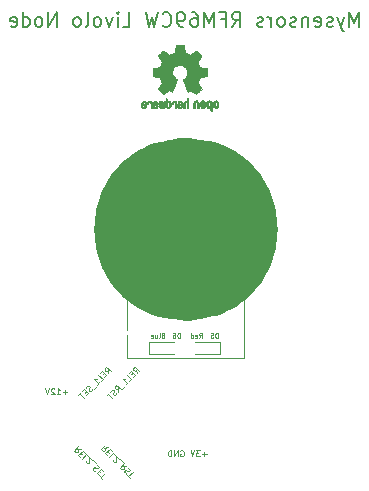
<source format=gbo>
G04 #@! TF.GenerationSoftware,KiCad,Pcbnew,no-vcs-found-d4e41c4~58~ubuntu16.04.1*
G04 #@! TF.CreationDate,2017-05-10T09:39:16+03:00*
G04 #@! TF.ProjectId,livolo_1_channel_1way_eu_switch,6C69766F6C6F5F315F6368616E6E656C,rev?*
G04 #@! TF.FileFunction,Legend,Bot*
G04 #@! TF.FilePolarity,Positive*
%FSLAX46Y46*%
G04 Gerber Fmt 4.6, Leading zero omitted, Abs format (unit mm)*
G04 Created by KiCad (PCBNEW no-vcs-found-d4e41c4~58~ubuntu16.04.1) date Wed May 10 09:39:16 2017*
%MOMM*%
%LPD*%
G01*
G04 APERTURE LIST*
%ADD10C,0.100000*%
%ADD11C,0.120000*%
%ADD12C,0.200000*%
%ADD13C,7.950000*%
%ADD14C,0.010000*%
%ADD15C,1.500000*%
%ADD16R,0.600000X0.800000*%
%ADD17C,1.998980*%
%ADD18O,1.350000X1.350000*%
%ADD19R,1.350000X1.350000*%
G04 APERTURE END LIST*
D10*
D11*
X144242857Y-111135714D02*
X143861904Y-111135714D01*
X144052380Y-111326190D02*
X144052380Y-110945238D01*
X143671428Y-110826190D02*
X143361904Y-110826190D01*
X143528571Y-111016666D01*
X143457142Y-111016666D01*
X143409523Y-111040476D01*
X143385714Y-111064285D01*
X143361904Y-111111904D01*
X143361904Y-111230952D01*
X143385714Y-111278571D01*
X143409523Y-111302380D01*
X143457142Y-111326190D01*
X143600000Y-111326190D01*
X143647619Y-111302380D01*
X143671428Y-111278571D01*
X143219047Y-110826190D02*
X143052380Y-111326190D01*
X142885714Y-110826190D01*
X135919585Y-104300295D02*
X135869078Y-104014086D01*
X136121616Y-104098265D02*
X135768062Y-103744712D01*
X135633375Y-103879399D01*
X135616539Y-103929906D01*
X135616539Y-103963578D01*
X135633375Y-104014086D01*
X135683883Y-104064593D01*
X135734391Y-104081429D01*
X135768062Y-104081429D01*
X135818570Y-104064593D01*
X135953257Y-103929906D01*
X135582868Y-104266624D02*
X135465017Y-104384475D01*
X135599704Y-104620177D02*
X135768062Y-104451818D01*
X135414509Y-104098265D01*
X135246150Y-104266624D01*
X135279822Y-104940059D02*
X135448181Y-104771700D01*
X135094627Y-104418147D01*
X134976776Y-105243104D02*
X135178807Y-105041074D01*
X135077791Y-105142089D02*
X134724238Y-104788536D01*
X134808417Y-104805372D01*
X134875761Y-104805372D01*
X134926269Y-104788536D01*
X134943104Y-105344120D02*
X134673730Y-105613494D01*
X134555879Y-105630330D02*
X134522208Y-105697673D01*
X134438028Y-105781852D01*
X134387521Y-105798688D01*
X134353849Y-105798688D01*
X134303341Y-105781852D01*
X134269669Y-105748181D01*
X134252834Y-105697673D01*
X134252834Y-105664001D01*
X134269669Y-105613494D01*
X134320177Y-105529314D01*
X134337013Y-105478807D01*
X134337013Y-105445135D01*
X134320177Y-105394627D01*
X134286505Y-105360956D01*
X134235998Y-105344120D01*
X134202326Y-105344120D01*
X134151818Y-105360956D01*
X134067639Y-105445135D01*
X134033967Y-105512478D01*
X134033967Y-105815524D02*
X133916116Y-105933375D01*
X134050803Y-106169078D02*
X134219162Y-106000719D01*
X133865608Y-105647165D01*
X133697250Y-105815524D01*
X133596234Y-105916539D02*
X133394204Y-106118570D01*
X133848773Y-106371108D02*
X133495219Y-106017555D01*
X138336421Y-104283460D02*
X138285913Y-103997250D01*
X138538452Y-104081429D02*
X138184898Y-103727876D01*
X138050211Y-103862563D01*
X138033375Y-103913070D01*
X138033375Y-103946742D01*
X138050211Y-103997250D01*
X138100719Y-104047757D01*
X138151226Y-104064593D01*
X138184898Y-104064593D01*
X138235406Y-104047757D01*
X138370093Y-103913070D01*
X137999704Y-104249788D02*
X137881852Y-104367639D01*
X138016539Y-104603341D02*
X138184898Y-104434982D01*
X137831345Y-104081429D01*
X137662986Y-104249788D01*
X137696658Y-104923223D02*
X137865017Y-104754864D01*
X137511463Y-104401311D01*
X137393612Y-105226269D02*
X137595643Y-105024238D01*
X137494627Y-105125253D02*
X137141074Y-104771700D01*
X137225253Y-104788536D01*
X137292597Y-104788536D01*
X137343104Y-104771700D01*
X137359940Y-105327284D02*
X137090566Y-105596658D01*
X136770685Y-105849196D02*
X136720177Y-105562986D01*
X136972715Y-105647165D02*
X136619162Y-105293612D01*
X136484475Y-105428299D01*
X136467639Y-105478807D01*
X136467639Y-105512478D01*
X136484475Y-105562986D01*
X136534982Y-105613494D01*
X136585490Y-105630330D01*
X136619162Y-105630330D01*
X136669669Y-105613494D01*
X136804356Y-105478807D01*
X136619162Y-105967047D02*
X136585490Y-106034391D01*
X136501311Y-106118570D01*
X136450803Y-106135406D01*
X136417131Y-106135406D01*
X136366624Y-106118570D01*
X136332952Y-106084898D01*
X136316116Y-106034391D01*
X136316116Y-106000719D01*
X136332952Y-105950211D01*
X136383460Y-105866032D01*
X136400295Y-105815524D01*
X136400295Y-105781852D01*
X136383460Y-105731345D01*
X136349788Y-105697673D01*
X136299280Y-105680837D01*
X136265608Y-105680837D01*
X136215101Y-105697673D01*
X136130921Y-105781852D01*
X136097250Y-105849196D01*
X135979399Y-105933375D02*
X135777368Y-106135406D01*
X136231937Y-106387944D02*
X135878383Y-106034391D01*
X135883460Y-110563578D02*
X135597250Y-110614086D01*
X135681429Y-110361547D02*
X135327876Y-110715101D01*
X135462563Y-110849788D01*
X135513070Y-110866624D01*
X135546742Y-110866624D01*
X135597250Y-110849788D01*
X135647757Y-110799280D01*
X135664593Y-110748773D01*
X135664593Y-110715101D01*
X135647757Y-110664593D01*
X135513070Y-110529906D01*
X135849788Y-110900295D02*
X135967639Y-111018147D01*
X136203341Y-110883460D02*
X136034982Y-110715101D01*
X135681429Y-111068654D01*
X135849788Y-111237013D01*
X136523223Y-111203341D02*
X136354864Y-111034982D01*
X136001311Y-111388536D01*
X136304356Y-111624238D02*
X136304356Y-111657910D01*
X136321192Y-111708417D01*
X136405372Y-111792597D01*
X136455879Y-111809433D01*
X136489551Y-111809433D01*
X136540059Y-111792597D01*
X136573730Y-111758925D01*
X136607402Y-111691582D01*
X136607402Y-111287521D01*
X136826269Y-111506387D01*
X136927284Y-111540059D02*
X137196658Y-111809433D01*
X137449196Y-112129314D02*
X137162986Y-112179822D01*
X137247165Y-111927284D02*
X136893612Y-112280837D01*
X137028299Y-112415524D01*
X137078807Y-112432360D01*
X137112478Y-112432360D01*
X137162986Y-112415524D01*
X137213494Y-112365017D01*
X137230330Y-112314509D01*
X137230330Y-112280837D01*
X137213494Y-112230330D01*
X137078807Y-112095643D01*
X137567047Y-112280837D02*
X137634391Y-112314509D01*
X137718570Y-112398688D01*
X137735406Y-112449196D01*
X137735406Y-112482868D01*
X137718570Y-112533375D01*
X137684898Y-112567047D01*
X137634391Y-112583883D01*
X137600719Y-112583883D01*
X137550211Y-112567047D01*
X137466032Y-112516539D01*
X137415524Y-112499704D01*
X137381852Y-112499704D01*
X137331345Y-112516539D01*
X137297673Y-112550211D01*
X137280837Y-112600719D01*
X137280837Y-112634391D01*
X137297673Y-112684898D01*
X137381852Y-112769078D01*
X137449196Y-112802749D01*
X137533375Y-112920600D02*
X137735406Y-113122631D01*
X137987944Y-112668062D02*
X137634391Y-113021616D01*
X133600295Y-110680414D02*
X133314086Y-110730921D01*
X133398265Y-110478383D02*
X133044712Y-110831937D01*
X133179399Y-110966624D01*
X133229906Y-110983460D01*
X133263578Y-110983460D01*
X133314086Y-110966624D01*
X133364593Y-110916116D01*
X133381429Y-110865608D01*
X133381429Y-110831937D01*
X133364593Y-110781429D01*
X133229906Y-110646742D01*
X133566624Y-111017131D02*
X133684475Y-111134982D01*
X133920177Y-111000295D02*
X133751818Y-110831937D01*
X133398265Y-111185490D01*
X133566624Y-111353849D01*
X134240059Y-111320177D02*
X134071700Y-111151818D01*
X133718147Y-111505372D01*
X134021192Y-111741074D02*
X134021192Y-111774746D01*
X134038028Y-111825253D01*
X134122208Y-111909433D01*
X134172715Y-111926269D01*
X134206387Y-111926269D01*
X134256895Y-111909433D01*
X134290566Y-111875761D01*
X134324238Y-111808417D01*
X134324238Y-111404356D01*
X134543104Y-111623223D01*
X134644120Y-111656895D02*
X134913494Y-111926269D01*
X134930330Y-112044120D02*
X134997673Y-112077791D01*
X135081852Y-112161971D01*
X135098688Y-112212478D01*
X135098688Y-112246150D01*
X135081852Y-112296658D01*
X135048181Y-112330330D01*
X134997673Y-112347165D01*
X134964001Y-112347165D01*
X134913494Y-112330330D01*
X134829314Y-112279822D01*
X134778807Y-112262986D01*
X134745135Y-112262986D01*
X134694627Y-112279822D01*
X134660956Y-112313494D01*
X134644120Y-112364001D01*
X134644120Y-112397673D01*
X134660956Y-112448181D01*
X134745135Y-112532360D01*
X134812478Y-112566032D01*
X135115524Y-112566032D02*
X135233375Y-112683883D01*
X135469078Y-112549196D02*
X135300719Y-112380837D01*
X134947165Y-112734391D01*
X135115524Y-112902749D01*
X135216539Y-113003765D02*
X135418570Y-113205795D01*
X135671108Y-112751226D02*
X135317555Y-113104780D01*
X142030952Y-110850000D02*
X142078571Y-110826190D01*
X142150000Y-110826190D01*
X142221428Y-110850000D01*
X142269047Y-110897619D01*
X142292857Y-110945238D01*
X142316666Y-111040476D01*
X142316666Y-111111904D01*
X142292857Y-111207142D01*
X142269047Y-111254761D01*
X142221428Y-111302380D01*
X142150000Y-111326190D01*
X142102380Y-111326190D01*
X142030952Y-111302380D01*
X142007142Y-111278571D01*
X142007142Y-111111904D01*
X142102380Y-111111904D01*
X141792857Y-111326190D02*
X141792857Y-110826190D01*
X141507142Y-111326190D01*
X141507142Y-110826190D01*
X141269047Y-111326190D02*
X141269047Y-110826190D01*
X141150000Y-110826190D01*
X141078571Y-110850000D01*
X141030952Y-110897619D01*
X141007142Y-110945238D01*
X140983333Y-111040476D01*
X140983333Y-111111904D01*
X141007142Y-111207142D01*
X141030952Y-111254761D01*
X141078571Y-111302380D01*
X141150000Y-111326190D01*
X141269047Y-111326190D01*
X132430952Y-105885714D02*
X132050000Y-105885714D01*
X132240476Y-106076190D02*
X132240476Y-105695238D01*
X131550000Y-106076190D02*
X131835714Y-106076190D01*
X131692857Y-106076190D02*
X131692857Y-105576190D01*
X131740476Y-105647619D01*
X131788095Y-105695238D01*
X131835714Y-105719047D01*
X131359523Y-105623809D02*
X131335714Y-105600000D01*
X131288095Y-105576190D01*
X131169047Y-105576190D01*
X131121428Y-105600000D01*
X131097619Y-105623809D01*
X131073809Y-105671428D01*
X131073809Y-105719047D01*
X131097619Y-105790476D01*
X131383333Y-106076190D01*
X131073809Y-106076190D01*
X130930952Y-105576190D02*
X130764285Y-106076190D01*
X130597619Y-105576190D01*
D12*
X157142857Y-74942857D02*
X157142857Y-73742857D01*
X156742857Y-74600000D01*
X156342857Y-73742857D01*
X156342857Y-74942857D01*
X155885714Y-74142857D02*
X155600000Y-74942857D01*
X155314285Y-74142857D02*
X155600000Y-74942857D01*
X155714285Y-75228571D01*
X155771428Y-75285714D01*
X155885714Y-75342857D01*
X154914285Y-74885714D02*
X154800000Y-74942857D01*
X154571428Y-74942857D01*
X154457142Y-74885714D01*
X154400000Y-74771428D01*
X154400000Y-74714285D01*
X154457142Y-74600000D01*
X154571428Y-74542857D01*
X154742857Y-74542857D01*
X154857142Y-74485714D01*
X154914285Y-74371428D01*
X154914285Y-74314285D01*
X154857142Y-74200000D01*
X154742857Y-74142857D01*
X154571428Y-74142857D01*
X154457142Y-74200000D01*
X153428571Y-74885714D02*
X153542857Y-74942857D01*
X153771428Y-74942857D01*
X153885714Y-74885714D01*
X153942857Y-74771428D01*
X153942857Y-74314285D01*
X153885714Y-74200000D01*
X153771428Y-74142857D01*
X153542857Y-74142857D01*
X153428571Y-74200000D01*
X153371428Y-74314285D01*
X153371428Y-74428571D01*
X153942857Y-74542857D01*
X152857142Y-74142857D02*
X152857142Y-74942857D01*
X152857142Y-74257142D02*
X152800000Y-74200000D01*
X152685714Y-74142857D01*
X152514285Y-74142857D01*
X152400000Y-74200000D01*
X152342857Y-74314285D01*
X152342857Y-74942857D01*
X151828571Y-74885714D02*
X151714285Y-74942857D01*
X151485714Y-74942857D01*
X151371428Y-74885714D01*
X151314285Y-74771428D01*
X151314285Y-74714285D01*
X151371428Y-74600000D01*
X151485714Y-74542857D01*
X151657142Y-74542857D01*
X151771428Y-74485714D01*
X151828571Y-74371428D01*
X151828571Y-74314285D01*
X151771428Y-74200000D01*
X151657142Y-74142857D01*
X151485714Y-74142857D01*
X151371428Y-74200000D01*
X150628571Y-74942857D02*
X150742857Y-74885714D01*
X150800000Y-74828571D01*
X150857142Y-74714285D01*
X150857142Y-74371428D01*
X150800000Y-74257142D01*
X150742857Y-74200000D01*
X150628571Y-74142857D01*
X150457142Y-74142857D01*
X150342857Y-74200000D01*
X150285714Y-74257142D01*
X150228571Y-74371428D01*
X150228571Y-74714285D01*
X150285714Y-74828571D01*
X150342857Y-74885714D01*
X150457142Y-74942857D01*
X150628571Y-74942857D01*
X149714285Y-74942857D02*
X149714285Y-74142857D01*
X149714285Y-74371428D02*
X149657142Y-74257142D01*
X149600000Y-74200000D01*
X149485714Y-74142857D01*
X149371428Y-74142857D01*
X149028571Y-74885714D02*
X148914285Y-74942857D01*
X148685714Y-74942857D01*
X148571428Y-74885714D01*
X148514285Y-74771428D01*
X148514285Y-74714285D01*
X148571428Y-74600000D01*
X148685714Y-74542857D01*
X148857142Y-74542857D01*
X148971428Y-74485714D01*
X149028571Y-74371428D01*
X149028571Y-74314285D01*
X148971428Y-74200000D01*
X148857142Y-74142857D01*
X148685714Y-74142857D01*
X148571428Y-74200000D01*
X146400000Y-74942857D02*
X146800000Y-74371428D01*
X147085714Y-74942857D02*
X147085714Y-73742857D01*
X146628571Y-73742857D01*
X146514285Y-73800000D01*
X146457142Y-73857142D01*
X146400000Y-73971428D01*
X146400000Y-74142857D01*
X146457142Y-74257142D01*
X146514285Y-74314285D01*
X146628571Y-74371428D01*
X147085714Y-74371428D01*
X145485714Y-74314285D02*
X145885714Y-74314285D01*
X145885714Y-74942857D02*
X145885714Y-73742857D01*
X145314285Y-73742857D01*
X144857142Y-74942857D02*
X144857142Y-73742857D01*
X144457142Y-74600000D01*
X144057142Y-73742857D01*
X144057142Y-74942857D01*
X142971428Y-73742857D02*
X143200000Y-73742857D01*
X143314285Y-73800000D01*
X143371428Y-73857142D01*
X143485714Y-74028571D01*
X143542857Y-74257142D01*
X143542857Y-74714285D01*
X143485714Y-74828571D01*
X143428571Y-74885714D01*
X143314285Y-74942857D01*
X143085714Y-74942857D01*
X142971428Y-74885714D01*
X142914285Y-74828571D01*
X142857142Y-74714285D01*
X142857142Y-74428571D01*
X142914285Y-74314285D01*
X142971428Y-74257142D01*
X143085714Y-74200000D01*
X143314285Y-74200000D01*
X143428571Y-74257142D01*
X143485714Y-74314285D01*
X143542857Y-74428571D01*
X142285714Y-74942857D02*
X142057142Y-74942857D01*
X141942857Y-74885714D01*
X141885714Y-74828571D01*
X141771428Y-74657142D01*
X141714285Y-74428571D01*
X141714285Y-73971428D01*
X141771428Y-73857142D01*
X141828571Y-73800000D01*
X141942857Y-73742857D01*
X142171428Y-73742857D01*
X142285714Y-73800000D01*
X142342857Y-73857142D01*
X142400000Y-73971428D01*
X142400000Y-74257142D01*
X142342857Y-74371428D01*
X142285714Y-74428571D01*
X142171428Y-74485714D01*
X141942857Y-74485714D01*
X141828571Y-74428571D01*
X141771428Y-74371428D01*
X141714285Y-74257142D01*
X140514285Y-74828571D02*
X140571428Y-74885714D01*
X140742857Y-74942857D01*
X140857142Y-74942857D01*
X141028571Y-74885714D01*
X141142857Y-74771428D01*
X141200000Y-74657142D01*
X141257142Y-74428571D01*
X141257142Y-74257142D01*
X141200000Y-74028571D01*
X141142857Y-73914285D01*
X141028571Y-73800000D01*
X140857142Y-73742857D01*
X140742857Y-73742857D01*
X140571428Y-73800000D01*
X140514285Y-73857142D01*
X140114285Y-73742857D02*
X139828571Y-74942857D01*
X139600000Y-74085714D01*
X139371428Y-74942857D01*
X139085714Y-73742857D01*
X137142857Y-74942857D02*
X137714285Y-74942857D01*
X137714285Y-73742857D01*
X136742857Y-74942857D02*
X136742857Y-74142857D01*
X136742857Y-73742857D02*
X136800000Y-73800000D01*
X136742857Y-73857142D01*
X136685714Y-73800000D01*
X136742857Y-73742857D01*
X136742857Y-73857142D01*
X136285714Y-74142857D02*
X136000000Y-74942857D01*
X135714285Y-74142857D01*
X135085714Y-74942857D02*
X135200000Y-74885714D01*
X135257142Y-74828571D01*
X135314285Y-74714285D01*
X135314285Y-74371428D01*
X135257142Y-74257142D01*
X135200000Y-74200000D01*
X135085714Y-74142857D01*
X134914285Y-74142857D01*
X134800000Y-74200000D01*
X134742857Y-74257142D01*
X134685714Y-74371428D01*
X134685714Y-74714285D01*
X134742857Y-74828571D01*
X134800000Y-74885714D01*
X134914285Y-74942857D01*
X135085714Y-74942857D01*
X134000000Y-74942857D02*
X134114285Y-74885714D01*
X134171428Y-74771428D01*
X134171428Y-73742857D01*
X133371428Y-74942857D02*
X133485714Y-74885714D01*
X133542857Y-74828571D01*
X133600000Y-74714285D01*
X133600000Y-74371428D01*
X133542857Y-74257142D01*
X133485714Y-74200000D01*
X133371428Y-74142857D01*
X133200000Y-74142857D01*
X133085714Y-74200000D01*
X133028571Y-74257142D01*
X132971428Y-74371428D01*
X132971428Y-74714285D01*
X133028571Y-74828571D01*
X133085714Y-74885714D01*
X133200000Y-74942857D01*
X133371428Y-74942857D01*
X131542857Y-74942857D02*
X131542857Y-73742857D01*
X130857142Y-74942857D01*
X130857142Y-73742857D01*
X130114285Y-74942857D02*
X130228571Y-74885714D01*
X130285714Y-74828571D01*
X130342857Y-74714285D01*
X130342857Y-74371428D01*
X130285714Y-74257142D01*
X130228571Y-74200000D01*
X130114285Y-74142857D01*
X129942857Y-74142857D01*
X129828571Y-74200000D01*
X129771428Y-74257142D01*
X129714285Y-74371428D01*
X129714285Y-74714285D01*
X129771428Y-74828571D01*
X129828571Y-74885714D01*
X129942857Y-74942857D01*
X130114285Y-74942857D01*
X128685714Y-74942857D02*
X128685714Y-73742857D01*
X128685714Y-74885714D02*
X128800000Y-74942857D01*
X129028571Y-74942857D01*
X129142857Y-74885714D01*
X129200000Y-74828571D01*
X129257142Y-74714285D01*
X129257142Y-74371428D01*
X129200000Y-74257142D01*
X129142857Y-74200000D01*
X129028571Y-74142857D01*
X128800000Y-74142857D01*
X128685714Y-74200000D01*
X127657142Y-74885714D02*
X127771428Y-74942857D01*
X128000000Y-74942857D01*
X128114285Y-74885714D01*
X128171428Y-74771428D01*
X128171428Y-74314285D01*
X128114285Y-74200000D01*
X128000000Y-74142857D01*
X127771428Y-74142857D01*
X127657142Y-74200000D01*
X127600000Y-74314285D01*
X127600000Y-74428571D01*
X128171428Y-74542857D01*
D10*
X150117148Y-92109512D02*
G75*
G03X150117148Y-92109512I-7647872J0D01*
G01*
X137495200Y-103030002D02*
X137495200Y-97974511D01*
X147395160Y-103030002D02*
X147395160Y-97974511D01*
X137499994Y-103032020D02*
X147390000Y-103032020D01*
D13*
X146290119Y-92100000D02*
G75*
G03X146290119Y-92100000I-3790119J0D01*
G01*
D14*
G36*
X144375256Y-81194918D02*
X144319799Y-81222568D01*
X144270852Y-81273480D01*
X144257371Y-81292338D01*
X144242686Y-81317015D01*
X144233158Y-81343816D01*
X144227707Y-81379587D01*
X144225253Y-81431169D01*
X144224714Y-81499267D01*
X144227148Y-81592588D01*
X144235606Y-81662657D01*
X144251826Y-81714931D01*
X144277546Y-81754869D01*
X144314503Y-81787929D01*
X144317218Y-81789886D01*
X144353640Y-81809908D01*
X144397498Y-81819815D01*
X144453276Y-81822257D01*
X144543952Y-81822257D01*
X144543990Y-81910283D01*
X144544834Y-81959308D01*
X144549976Y-81988065D01*
X144563413Y-82005311D01*
X144589142Y-82019808D01*
X144595321Y-82022769D01*
X144624236Y-82036648D01*
X144646624Y-82045414D01*
X144663271Y-82046171D01*
X144674964Y-82036023D01*
X144682490Y-82012073D01*
X144686634Y-81971426D01*
X144688185Y-81911186D01*
X144687929Y-81828455D01*
X144686651Y-81720339D01*
X144686252Y-81688000D01*
X144684815Y-81576524D01*
X144683528Y-81503603D01*
X144544029Y-81503603D01*
X144543245Y-81565499D01*
X144539760Y-81605997D01*
X144531876Y-81632708D01*
X144517895Y-81653244D01*
X144508403Y-81663260D01*
X144469596Y-81692567D01*
X144435237Y-81694952D01*
X144399784Y-81670750D01*
X144398886Y-81669857D01*
X144384461Y-81651153D01*
X144375687Y-81625732D01*
X144371261Y-81586584D01*
X144369882Y-81526697D01*
X144369857Y-81513430D01*
X144373188Y-81430901D01*
X144384031Y-81373691D01*
X144403660Y-81338766D01*
X144433350Y-81323094D01*
X144450509Y-81321514D01*
X144491234Y-81328926D01*
X144519168Y-81353330D01*
X144535983Y-81397980D01*
X144543350Y-81466130D01*
X144544029Y-81503603D01*
X144683528Y-81503603D01*
X144683292Y-81490245D01*
X144681323Y-81425333D01*
X144678550Y-81377958D01*
X144674612Y-81344290D01*
X144669151Y-81320498D01*
X144661808Y-81302753D01*
X144652223Y-81287224D01*
X144648113Y-81281381D01*
X144593595Y-81226185D01*
X144524664Y-81194890D01*
X144444928Y-81186165D01*
X144375256Y-81194918D01*
X144375256Y-81194918D01*
G37*
X144375256Y-81194918D02*
X144319799Y-81222568D01*
X144270852Y-81273480D01*
X144257371Y-81292338D01*
X144242686Y-81317015D01*
X144233158Y-81343816D01*
X144227707Y-81379587D01*
X144225253Y-81431169D01*
X144224714Y-81499267D01*
X144227148Y-81592588D01*
X144235606Y-81662657D01*
X144251826Y-81714931D01*
X144277546Y-81754869D01*
X144314503Y-81787929D01*
X144317218Y-81789886D01*
X144353640Y-81809908D01*
X144397498Y-81819815D01*
X144453276Y-81822257D01*
X144543952Y-81822257D01*
X144543990Y-81910283D01*
X144544834Y-81959308D01*
X144549976Y-81988065D01*
X144563413Y-82005311D01*
X144589142Y-82019808D01*
X144595321Y-82022769D01*
X144624236Y-82036648D01*
X144646624Y-82045414D01*
X144663271Y-82046171D01*
X144674964Y-82036023D01*
X144682490Y-82012073D01*
X144686634Y-81971426D01*
X144688185Y-81911186D01*
X144687929Y-81828455D01*
X144686651Y-81720339D01*
X144686252Y-81688000D01*
X144684815Y-81576524D01*
X144683528Y-81503603D01*
X144544029Y-81503603D01*
X144543245Y-81565499D01*
X144539760Y-81605997D01*
X144531876Y-81632708D01*
X144517895Y-81653244D01*
X144508403Y-81663260D01*
X144469596Y-81692567D01*
X144435237Y-81694952D01*
X144399784Y-81670750D01*
X144398886Y-81669857D01*
X144384461Y-81651153D01*
X144375687Y-81625732D01*
X144371261Y-81586584D01*
X144369882Y-81526697D01*
X144369857Y-81513430D01*
X144373188Y-81430901D01*
X144384031Y-81373691D01*
X144403660Y-81338766D01*
X144433350Y-81323094D01*
X144450509Y-81321514D01*
X144491234Y-81328926D01*
X144519168Y-81353330D01*
X144535983Y-81397980D01*
X144543350Y-81466130D01*
X144544029Y-81503603D01*
X144683528Y-81503603D01*
X144683292Y-81490245D01*
X144681323Y-81425333D01*
X144678550Y-81377958D01*
X144674612Y-81344290D01*
X144669151Y-81320498D01*
X144661808Y-81302753D01*
X144652223Y-81287224D01*
X144648113Y-81281381D01*
X144593595Y-81226185D01*
X144524664Y-81194890D01*
X144444928Y-81186165D01*
X144375256Y-81194918D01*
G36*
X143258907Y-81202780D02*
X143212328Y-81229723D01*
X143179943Y-81256466D01*
X143156258Y-81284484D01*
X143139941Y-81318748D01*
X143129661Y-81364227D01*
X143124086Y-81425892D01*
X143121884Y-81508711D01*
X143121629Y-81568246D01*
X143121629Y-81787391D01*
X143183314Y-81815044D01*
X143245000Y-81842697D01*
X143252257Y-81602670D01*
X143255256Y-81513028D01*
X143258402Y-81447962D01*
X143262299Y-81403026D01*
X143267553Y-81373770D01*
X143274769Y-81355748D01*
X143284550Y-81344511D01*
X143287688Y-81342079D01*
X143335239Y-81323083D01*
X143383303Y-81330600D01*
X143411914Y-81350543D01*
X143423553Y-81364675D01*
X143431609Y-81383220D01*
X143436729Y-81411334D01*
X143439559Y-81454173D01*
X143440744Y-81516895D01*
X143440943Y-81582261D01*
X143440982Y-81664268D01*
X143442386Y-81722316D01*
X143447086Y-81761465D01*
X143457013Y-81786780D01*
X143474097Y-81803323D01*
X143500268Y-81816156D01*
X143535225Y-81829491D01*
X143573404Y-81844007D01*
X143568859Y-81586389D01*
X143567029Y-81493519D01*
X143564888Y-81424889D01*
X143561819Y-81375711D01*
X143557206Y-81341198D01*
X143550432Y-81316562D01*
X143540881Y-81297016D01*
X143529366Y-81279770D01*
X143473810Y-81224680D01*
X143406020Y-81192822D01*
X143332287Y-81185191D01*
X143258907Y-81202780D01*
X143258907Y-81202780D01*
G37*
X143258907Y-81202780D02*
X143212328Y-81229723D01*
X143179943Y-81256466D01*
X143156258Y-81284484D01*
X143139941Y-81318748D01*
X143129661Y-81364227D01*
X143124086Y-81425892D01*
X143121884Y-81508711D01*
X143121629Y-81568246D01*
X143121629Y-81787391D01*
X143183314Y-81815044D01*
X143245000Y-81842697D01*
X143252257Y-81602670D01*
X143255256Y-81513028D01*
X143258402Y-81447962D01*
X143262299Y-81403026D01*
X143267553Y-81373770D01*
X143274769Y-81355748D01*
X143284550Y-81344511D01*
X143287688Y-81342079D01*
X143335239Y-81323083D01*
X143383303Y-81330600D01*
X143411914Y-81350543D01*
X143423553Y-81364675D01*
X143431609Y-81383220D01*
X143436729Y-81411334D01*
X143439559Y-81454173D01*
X143440744Y-81516895D01*
X143440943Y-81582261D01*
X143440982Y-81664268D01*
X143442386Y-81722316D01*
X143447086Y-81761465D01*
X143457013Y-81786780D01*
X143474097Y-81803323D01*
X143500268Y-81816156D01*
X143535225Y-81829491D01*
X143573404Y-81844007D01*
X143568859Y-81586389D01*
X143567029Y-81493519D01*
X143564888Y-81424889D01*
X143561819Y-81375711D01*
X143557206Y-81341198D01*
X143550432Y-81316562D01*
X143540881Y-81297016D01*
X143529366Y-81279770D01*
X143473810Y-81224680D01*
X143406020Y-81192822D01*
X143332287Y-81185191D01*
X143258907Y-81202780D01*
G36*
X144933885Y-81196962D02*
X144865855Y-81232733D01*
X144815649Y-81290301D01*
X144797815Y-81327312D01*
X144783937Y-81382882D01*
X144776833Y-81453096D01*
X144776160Y-81529727D01*
X144781573Y-81604552D01*
X144792730Y-81669342D01*
X144809286Y-81715873D01*
X144814374Y-81723887D01*
X144874645Y-81783707D01*
X144946231Y-81819535D01*
X145023908Y-81830020D01*
X145102452Y-81813810D01*
X145124311Y-81804092D01*
X145166878Y-81774143D01*
X145204237Y-81734433D01*
X145207768Y-81729397D01*
X145222119Y-81705124D01*
X145231606Y-81679178D01*
X145237210Y-81645022D01*
X145239914Y-81596119D01*
X145240701Y-81525935D01*
X145240714Y-81510200D01*
X145240678Y-81505192D01*
X145095571Y-81505192D01*
X145094727Y-81571430D01*
X145091404Y-81615386D01*
X145084417Y-81643779D01*
X145072584Y-81663325D01*
X145066543Y-81669857D01*
X145031814Y-81694680D01*
X144998097Y-81693548D01*
X144964005Y-81672016D01*
X144943671Y-81649029D01*
X144931629Y-81615478D01*
X144924866Y-81562569D01*
X144924402Y-81556399D01*
X144923248Y-81460513D01*
X144935312Y-81389299D01*
X144960430Y-81343194D01*
X144998440Y-81322635D01*
X145012008Y-81321514D01*
X145047636Y-81327152D01*
X145072006Y-81346686D01*
X145086907Y-81384042D01*
X145094125Y-81443150D01*
X145095571Y-81505192D01*
X145240678Y-81505192D01*
X145240174Y-81435413D01*
X145237904Y-81383159D01*
X145232932Y-81346949D01*
X145224287Y-81320299D01*
X145210995Y-81296722D01*
X145208057Y-81292338D01*
X145158687Y-81233249D01*
X145104891Y-81198947D01*
X145039398Y-81185331D01*
X145017158Y-81184665D01*
X144933885Y-81196962D01*
X144933885Y-81196962D01*
G37*
X144933885Y-81196962D02*
X144865855Y-81232733D01*
X144815649Y-81290301D01*
X144797815Y-81327312D01*
X144783937Y-81382882D01*
X144776833Y-81453096D01*
X144776160Y-81529727D01*
X144781573Y-81604552D01*
X144792730Y-81669342D01*
X144809286Y-81715873D01*
X144814374Y-81723887D01*
X144874645Y-81783707D01*
X144946231Y-81819535D01*
X145023908Y-81830020D01*
X145102452Y-81813810D01*
X145124311Y-81804092D01*
X145166878Y-81774143D01*
X145204237Y-81734433D01*
X145207768Y-81729397D01*
X145222119Y-81705124D01*
X145231606Y-81679178D01*
X145237210Y-81645022D01*
X145239914Y-81596119D01*
X145240701Y-81525935D01*
X145240714Y-81510200D01*
X145240678Y-81505192D01*
X145095571Y-81505192D01*
X145094727Y-81571430D01*
X145091404Y-81615386D01*
X145084417Y-81643779D01*
X145072584Y-81663325D01*
X145066543Y-81669857D01*
X145031814Y-81694680D01*
X144998097Y-81693548D01*
X144964005Y-81672016D01*
X144943671Y-81649029D01*
X144931629Y-81615478D01*
X144924866Y-81562569D01*
X144924402Y-81556399D01*
X144923248Y-81460513D01*
X144935312Y-81389299D01*
X144960430Y-81343194D01*
X144998440Y-81322635D01*
X145012008Y-81321514D01*
X145047636Y-81327152D01*
X145072006Y-81346686D01*
X145086907Y-81384042D01*
X145094125Y-81443150D01*
X145095571Y-81505192D01*
X145240678Y-81505192D01*
X145240174Y-81435413D01*
X145237904Y-81383159D01*
X145232932Y-81346949D01*
X145224287Y-81320299D01*
X145210995Y-81296722D01*
X145208057Y-81292338D01*
X145158687Y-81233249D01*
X145104891Y-81198947D01*
X145039398Y-81185331D01*
X145017158Y-81184665D01*
X144933885Y-81196962D01*
G36*
X143806697Y-81206239D02*
X143749473Y-81244735D01*
X143705251Y-81300335D01*
X143678833Y-81371086D01*
X143673490Y-81423162D01*
X143674097Y-81444893D01*
X143679178Y-81461531D01*
X143693145Y-81476437D01*
X143720411Y-81492973D01*
X143765388Y-81514498D01*
X143832489Y-81544374D01*
X143832829Y-81544524D01*
X143894593Y-81572813D01*
X143945241Y-81597933D01*
X143979596Y-81617179D01*
X143992482Y-81627848D01*
X143992486Y-81627934D01*
X143981128Y-81651166D01*
X143954569Y-81676774D01*
X143924077Y-81695221D01*
X143908630Y-81698886D01*
X143866485Y-81686212D01*
X143830192Y-81654471D01*
X143812483Y-81619572D01*
X143795448Y-81593845D01*
X143762078Y-81564546D01*
X143722851Y-81539235D01*
X143688244Y-81525471D01*
X143681007Y-81524714D01*
X143672861Y-81537160D01*
X143672370Y-81568972D01*
X143678357Y-81611866D01*
X143689643Y-81657558D01*
X143705050Y-81697761D01*
X143705829Y-81699322D01*
X143752196Y-81764062D01*
X143812289Y-81808097D01*
X143880535Y-81829711D01*
X143951362Y-81827185D01*
X144019196Y-81798804D01*
X144022212Y-81796808D01*
X144075573Y-81748448D01*
X144110660Y-81685352D01*
X144130078Y-81602387D01*
X144132684Y-81579078D01*
X144137299Y-81469055D01*
X144131767Y-81417748D01*
X143992486Y-81417748D01*
X143990676Y-81449753D01*
X143980778Y-81459093D01*
X143956102Y-81452105D01*
X143917205Y-81435587D01*
X143873725Y-81414881D01*
X143872644Y-81414333D01*
X143835791Y-81394949D01*
X143821000Y-81382013D01*
X143824647Y-81368451D01*
X143840005Y-81350632D01*
X143879077Y-81324845D01*
X143921154Y-81322950D01*
X143958897Y-81341717D01*
X143984966Y-81377915D01*
X143992486Y-81417748D01*
X144131767Y-81417748D01*
X144127806Y-81381027D01*
X144103450Y-81311212D01*
X144069544Y-81262302D01*
X144008347Y-81212878D01*
X143940937Y-81188359D01*
X143872120Y-81186797D01*
X143806697Y-81206239D01*
X143806697Y-81206239D01*
G37*
X143806697Y-81206239D02*
X143749473Y-81244735D01*
X143705251Y-81300335D01*
X143678833Y-81371086D01*
X143673490Y-81423162D01*
X143674097Y-81444893D01*
X143679178Y-81461531D01*
X143693145Y-81476437D01*
X143720411Y-81492973D01*
X143765388Y-81514498D01*
X143832489Y-81544374D01*
X143832829Y-81544524D01*
X143894593Y-81572813D01*
X143945241Y-81597933D01*
X143979596Y-81617179D01*
X143992482Y-81627848D01*
X143992486Y-81627934D01*
X143981128Y-81651166D01*
X143954569Y-81676774D01*
X143924077Y-81695221D01*
X143908630Y-81698886D01*
X143866485Y-81686212D01*
X143830192Y-81654471D01*
X143812483Y-81619572D01*
X143795448Y-81593845D01*
X143762078Y-81564546D01*
X143722851Y-81539235D01*
X143688244Y-81525471D01*
X143681007Y-81524714D01*
X143672861Y-81537160D01*
X143672370Y-81568972D01*
X143678357Y-81611866D01*
X143689643Y-81657558D01*
X143705050Y-81697761D01*
X143705829Y-81699322D01*
X143752196Y-81764062D01*
X143812289Y-81808097D01*
X143880535Y-81829711D01*
X143951362Y-81827185D01*
X144019196Y-81798804D01*
X144022212Y-81796808D01*
X144075573Y-81748448D01*
X144110660Y-81685352D01*
X144130078Y-81602387D01*
X144132684Y-81579078D01*
X144137299Y-81469055D01*
X144131767Y-81417748D01*
X143992486Y-81417748D01*
X143990676Y-81449753D01*
X143980778Y-81459093D01*
X143956102Y-81452105D01*
X143917205Y-81435587D01*
X143873725Y-81414881D01*
X143872644Y-81414333D01*
X143835791Y-81394949D01*
X143821000Y-81382013D01*
X143824647Y-81368451D01*
X143840005Y-81350632D01*
X143879077Y-81324845D01*
X143921154Y-81322950D01*
X143958897Y-81341717D01*
X143984966Y-81377915D01*
X143992486Y-81417748D01*
X144131767Y-81417748D01*
X144127806Y-81381027D01*
X144103450Y-81311212D01*
X144069544Y-81262302D01*
X144008347Y-81212878D01*
X143940937Y-81188359D01*
X143872120Y-81186797D01*
X143806697Y-81206239D01*
G36*
X142599114Y-81126289D02*
X142594861Y-81185613D01*
X142589975Y-81220572D01*
X142583205Y-81235820D01*
X142573298Y-81236015D01*
X142570086Y-81234195D01*
X142527356Y-81221015D01*
X142471773Y-81221785D01*
X142415263Y-81235333D01*
X142379918Y-81252861D01*
X142343679Y-81280861D01*
X142317187Y-81312549D01*
X142299001Y-81352813D01*
X142287678Y-81406543D01*
X142281778Y-81478626D01*
X142279857Y-81573951D01*
X142279823Y-81592237D01*
X142279800Y-81797646D01*
X142325509Y-81813580D01*
X142357973Y-81824420D01*
X142375785Y-81829468D01*
X142376309Y-81829514D01*
X142378063Y-81815828D01*
X142379556Y-81778076D01*
X142380674Y-81721224D01*
X142381303Y-81650234D01*
X142381400Y-81607073D01*
X142381602Y-81521973D01*
X142382642Y-81460981D01*
X142385169Y-81419177D01*
X142389836Y-81391642D01*
X142397293Y-81373456D01*
X142408189Y-81359698D01*
X142414993Y-81353073D01*
X142461728Y-81326375D01*
X142512728Y-81324375D01*
X142558999Y-81346955D01*
X142567556Y-81355107D01*
X142580107Y-81370436D01*
X142588812Y-81388618D01*
X142594369Y-81414909D01*
X142597474Y-81454562D01*
X142598824Y-81512832D01*
X142599114Y-81593173D01*
X142599114Y-81797646D01*
X142644823Y-81813580D01*
X142677287Y-81824420D01*
X142695099Y-81829468D01*
X142695623Y-81829514D01*
X142696963Y-81815623D01*
X142698172Y-81776439D01*
X142699199Y-81715700D01*
X142699998Y-81637141D01*
X142700519Y-81544498D01*
X142700714Y-81441509D01*
X142700714Y-81044342D01*
X142653543Y-81024444D01*
X142606371Y-81004547D01*
X142599114Y-81126289D01*
X142599114Y-81126289D01*
G37*
X142599114Y-81126289D02*
X142594861Y-81185613D01*
X142589975Y-81220572D01*
X142583205Y-81235820D01*
X142573298Y-81236015D01*
X142570086Y-81234195D01*
X142527356Y-81221015D01*
X142471773Y-81221785D01*
X142415263Y-81235333D01*
X142379918Y-81252861D01*
X142343679Y-81280861D01*
X142317187Y-81312549D01*
X142299001Y-81352813D01*
X142287678Y-81406543D01*
X142281778Y-81478626D01*
X142279857Y-81573951D01*
X142279823Y-81592237D01*
X142279800Y-81797646D01*
X142325509Y-81813580D01*
X142357973Y-81824420D01*
X142375785Y-81829468D01*
X142376309Y-81829514D01*
X142378063Y-81815828D01*
X142379556Y-81778076D01*
X142380674Y-81721224D01*
X142381303Y-81650234D01*
X142381400Y-81607073D01*
X142381602Y-81521973D01*
X142382642Y-81460981D01*
X142385169Y-81419177D01*
X142389836Y-81391642D01*
X142397293Y-81373456D01*
X142408189Y-81359698D01*
X142414993Y-81353073D01*
X142461728Y-81326375D01*
X142512728Y-81324375D01*
X142558999Y-81346955D01*
X142567556Y-81355107D01*
X142580107Y-81370436D01*
X142588812Y-81388618D01*
X142594369Y-81414909D01*
X142597474Y-81454562D01*
X142598824Y-81512832D01*
X142599114Y-81593173D01*
X142599114Y-81797646D01*
X142644823Y-81813580D01*
X142677287Y-81824420D01*
X142695099Y-81829468D01*
X142695623Y-81829514D01*
X142696963Y-81815623D01*
X142698172Y-81776439D01*
X142699199Y-81715700D01*
X142699998Y-81637141D01*
X142700519Y-81544498D01*
X142700714Y-81441509D01*
X142700714Y-81044342D01*
X142653543Y-81024444D01*
X142606371Y-81004547D01*
X142599114Y-81126289D01*
G36*
X141935256Y-81225968D02*
X141878384Y-81247087D01*
X141877733Y-81247493D01*
X141842560Y-81273380D01*
X141816593Y-81303633D01*
X141798330Y-81343058D01*
X141786268Y-81396462D01*
X141778904Y-81468651D01*
X141774736Y-81564432D01*
X141774371Y-81578078D01*
X141769124Y-81783842D01*
X141813284Y-81806678D01*
X141845237Y-81822110D01*
X141864530Y-81829423D01*
X141865422Y-81829514D01*
X141868761Y-81816022D01*
X141871413Y-81779626D01*
X141873044Y-81726452D01*
X141873400Y-81683393D01*
X141873408Y-81613641D01*
X141876597Y-81569837D01*
X141887712Y-81548944D01*
X141911499Y-81547925D01*
X141952704Y-81563741D01*
X142014914Y-81592815D01*
X142060659Y-81616963D01*
X142084187Y-81637913D01*
X142091104Y-81660747D01*
X142091114Y-81661877D01*
X142079701Y-81701212D01*
X142045908Y-81722462D01*
X141994191Y-81725539D01*
X141956939Y-81725006D01*
X141937297Y-81735735D01*
X141925048Y-81761505D01*
X141917998Y-81794337D01*
X141928158Y-81812966D01*
X141931983Y-81815632D01*
X141967999Y-81826340D01*
X142018434Y-81827856D01*
X142070374Y-81820759D01*
X142107178Y-81807788D01*
X142158062Y-81764585D01*
X142186986Y-81704446D01*
X142192714Y-81657462D01*
X142188343Y-81615082D01*
X142172525Y-81580488D01*
X142141203Y-81549763D01*
X142090322Y-81518990D01*
X142015824Y-81484252D01*
X142011286Y-81482288D01*
X141944179Y-81451287D01*
X141902768Y-81425862D01*
X141885019Y-81403014D01*
X141888893Y-81379745D01*
X141912357Y-81353056D01*
X141919373Y-81346914D01*
X141966370Y-81323100D01*
X142015067Y-81324103D01*
X142057478Y-81347451D01*
X142085616Y-81390675D01*
X142088231Y-81399160D01*
X142113692Y-81440308D01*
X142145999Y-81460128D01*
X142192714Y-81479770D01*
X142192714Y-81428950D01*
X142178504Y-81355082D01*
X142136325Y-81287327D01*
X142114376Y-81264661D01*
X142064483Y-81235569D01*
X142001033Y-81222400D01*
X141935256Y-81225968D01*
X141935256Y-81225968D01*
G37*
X141935256Y-81225968D02*
X141878384Y-81247087D01*
X141877733Y-81247493D01*
X141842560Y-81273380D01*
X141816593Y-81303633D01*
X141798330Y-81343058D01*
X141786268Y-81396462D01*
X141778904Y-81468651D01*
X141774736Y-81564432D01*
X141774371Y-81578078D01*
X141769124Y-81783842D01*
X141813284Y-81806678D01*
X141845237Y-81822110D01*
X141864530Y-81829423D01*
X141865422Y-81829514D01*
X141868761Y-81816022D01*
X141871413Y-81779626D01*
X141873044Y-81726452D01*
X141873400Y-81683393D01*
X141873408Y-81613641D01*
X141876597Y-81569837D01*
X141887712Y-81548944D01*
X141911499Y-81547925D01*
X141952704Y-81563741D01*
X142014914Y-81592815D01*
X142060659Y-81616963D01*
X142084187Y-81637913D01*
X142091104Y-81660747D01*
X142091114Y-81661877D01*
X142079701Y-81701212D01*
X142045908Y-81722462D01*
X141994191Y-81725539D01*
X141956939Y-81725006D01*
X141937297Y-81735735D01*
X141925048Y-81761505D01*
X141917998Y-81794337D01*
X141928158Y-81812966D01*
X141931983Y-81815632D01*
X141967999Y-81826340D01*
X142018434Y-81827856D01*
X142070374Y-81820759D01*
X142107178Y-81807788D01*
X142158062Y-81764585D01*
X142186986Y-81704446D01*
X142192714Y-81657462D01*
X142188343Y-81615082D01*
X142172525Y-81580488D01*
X142141203Y-81549763D01*
X142090322Y-81518990D01*
X142015824Y-81484252D01*
X142011286Y-81482288D01*
X141944179Y-81451287D01*
X141902768Y-81425862D01*
X141885019Y-81403014D01*
X141888893Y-81379745D01*
X141912357Y-81353056D01*
X141919373Y-81346914D01*
X141966370Y-81323100D01*
X142015067Y-81324103D01*
X142057478Y-81347451D01*
X142085616Y-81390675D01*
X142088231Y-81399160D01*
X142113692Y-81440308D01*
X142145999Y-81460128D01*
X142192714Y-81479770D01*
X142192714Y-81428950D01*
X142178504Y-81355082D01*
X142136325Y-81287327D01*
X142114376Y-81264661D01*
X142064483Y-81235569D01*
X142001033Y-81222400D01*
X141935256Y-81225968D01*
G36*
X141445074Y-81224755D02*
X141379142Y-81249084D01*
X141325727Y-81292117D01*
X141304836Y-81322409D01*
X141282061Y-81377994D01*
X141282534Y-81418186D01*
X141306438Y-81445217D01*
X141315283Y-81449813D01*
X141353470Y-81464144D01*
X141372972Y-81460472D01*
X141379578Y-81436407D01*
X141379914Y-81423114D01*
X141392008Y-81374210D01*
X141423529Y-81339999D01*
X141467341Y-81323476D01*
X141516305Y-81327634D01*
X141556106Y-81349227D01*
X141569550Y-81361544D01*
X141579079Y-81376487D01*
X141585515Y-81399075D01*
X141589683Y-81434328D01*
X141592403Y-81487266D01*
X141594498Y-81562907D01*
X141595040Y-81586857D01*
X141597019Y-81668790D01*
X141599269Y-81726455D01*
X141602643Y-81764608D01*
X141607994Y-81788004D01*
X141616176Y-81801398D01*
X141628041Y-81809545D01*
X141635638Y-81813144D01*
X141667898Y-81825452D01*
X141686889Y-81829514D01*
X141693164Y-81815948D01*
X141696994Y-81774934D01*
X141698400Y-81705999D01*
X141697402Y-81608669D01*
X141697092Y-81593657D01*
X141694899Y-81504859D01*
X141692307Y-81440019D01*
X141688618Y-81394067D01*
X141683136Y-81361935D01*
X141675165Y-81338553D01*
X141664007Y-81318852D01*
X141658170Y-81310410D01*
X141624704Y-81273057D01*
X141587273Y-81244003D01*
X141582691Y-81241467D01*
X141515574Y-81221443D01*
X141445074Y-81224755D01*
X141445074Y-81224755D01*
G37*
X141445074Y-81224755D02*
X141379142Y-81249084D01*
X141325727Y-81292117D01*
X141304836Y-81322409D01*
X141282061Y-81377994D01*
X141282534Y-81418186D01*
X141306438Y-81445217D01*
X141315283Y-81449813D01*
X141353470Y-81464144D01*
X141372972Y-81460472D01*
X141379578Y-81436407D01*
X141379914Y-81423114D01*
X141392008Y-81374210D01*
X141423529Y-81339999D01*
X141467341Y-81323476D01*
X141516305Y-81327634D01*
X141556106Y-81349227D01*
X141569550Y-81361544D01*
X141579079Y-81376487D01*
X141585515Y-81399075D01*
X141589683Y-81434328D01*
X141592403Y-81487266D01*
X141594498Y-81562907D01*
X141595040Y-81586857D01*
X141597019Y-81668790D01*
X141599269Y-81726455D01*
X141602643Y-81764608D01*
X141607994Y-81788004D01*
X141616176Y-81801398D01*
X141628041Y-81809545D01*
X141635638Y-81813144D01*
X141667898Y-81825452D01*
X141686889Y-81829514D01*
X141693164Y-81815948D01*
X141696994Y-81774934D01*
X141698400Y-81705999D01*
X141697402Y-81608669D01*
X141697092Y-81593657D01*
X141694899Y-81504859D01*
X141692307Y-81440019D01*
X141688618Y-81394067D01*
X141683136Y-81361935D01*
X141675165Y-81338553D01*
X141664007Y-81318852D01*
X141658170Y-81310410D01*
X141624704Y-81273057D01*
X141587273Y-81244003D01*
X141582691Y-81241467D01*
X141515574Y-81221443D01*
X141445074Y-81224755D01*
G36*
X140784883Y-81340358D02*
X140785067Y-81448837D01*
X140785781Y-81532287D01*
X140787325Y-81594704D01*
X140789999Y-81640085D01*
X140794106Y-81672429D01*
X140799945Y-81695733D01*
X140807818Y-81713995D01*
X140813779Y-81724418D01*
X140863145Y-81780945D01*
X140925736Y-81816377D01*
X140994987Y-81829090D01*
X141064332Y-81817463D01*
X141105625Y-81796568D01*
X141148975Y-81760422D01*
X141178519Y-81716276D01*
X141196345Y-81658462D01*
X141204537Y-81581313D01*
X141205698Y-81524714D01*
X141205542Y-81520647D01*
X141104143Y-81520647D01*
X141103524Y-81585550D01*
X141100686Y-81628514D01*
X141094160Y-81656622D01*
X141082477Y-81676953D01*
X141068517Y-81692288D01*
X141021635Y-81721890D01*
X140971299Y-81724419D01*
X140923724Y-81699705D01*
X140920021Y-81696356D01*
X140904217Y-81678935D01*
X140894307Y-81658209D01*
X140888942Y-81627362D01*
X140886772Y-81579577D01*
X140886429Y-81526748D01*
X140887173Y-81460381D01*
X140890252Y-81416106D01*
X140896939Y-81387009D01*
X140908504Y-81366173D01*
X140917987Y-81355107D01*
X140962040Y-81327198D01*
X141012776Y-81323843D01*
X141061204Y-81345159D01*
X141070550Y-81353073D01*
X141086460Y-81370647D01*
X141096390Y-81391587D01*
X141101722Y-81422782D01*
X141103837Y-81471122D01*
X141104143Y-81520647D01*
X141205542Y-81520647D01*
X141202190Y-81433568D01*
X141190274Y-81365086D01*
X141167865Y-81313600D01*
X141132876Y-81273443D01*
X141105625Y-81252861D01*
X141056093Y-81230625D01*
X140998684Y-81220304D01*
X140945318Y-81223067D01*
X140915457Y-81234212D01*
X140903739Y-81237383D01*
X140895963Y-81225557D01*
X140890535Y-81193866D01*
X140886429Y-81145593D01*
X140881933Y-81091829D01*
X140875687Y-81059482D01*
X140864324Y-81040985D01*
X140844472Y-81028770D01*
X140832000Y-81023362D01*
X140784829Y-81003601D01*
X140784883Y-81340358D01*
X140784883Y-81340358D01*
G37*
X140784883Y-81340358D02*
X140785067Y-81448837D01*
X140785781Y-81532287D01*
X140787325Y-81594704D01*
X140789999Y-81640085D01*
X140794106Y-81672429D01*
X140799945Y-81695733D01*
X140807818Y-81713995D01*
X140813779Y-81724418D01*
X140863145Y-81780945D01*
X140925736Y-81816377D01*
X140994987Y-81829090D01*
X141064332Y-81817463D01*
X141105625Y-81796568D01*
X141148975Y-81760422D01*
X141178519Y-81716276D01*
X141196345Y-81658462D01*
X141204537Y-81581313D01*
X141205698Y-81524714D01*
X141205542Y-81520647D01*
X141104143Y-81520647D01*
X141103524Y-81585550D01*
X141100686Y-81628514D01*
X141094160Y-81656622D01*
X141082477Y-81676953D01*
X141068517Y-81692288D01*
X141021635Y-81721890D01*
X140971299Y-81724419D01*
X140923724Y-81699705D01*
X140920021Y-81696356D01*
X140904217Y-81678935D01*
X140894307Y-81658209D01*
X140888942Y-81627362D01*
X140886772Y-81579577D01*
X140886429Y-81526748D01*
X140887173Y-81460381D01*
X140890252Y-81416106D01*
X140896939Y-81387009D01*
X140908504Y-81366173D01*
X140917987Y-81355107D01*
X140962040Y-81327198D01*
X141012776Y-81323843D01*
X141061204Y-81345159D01*
X141070550Y-81353073D01*
X141086460Y-81370647D01*
X141096390Y-81391587D01*
X141101722Y-81422782D01*
X141103837Y-81471122D01*
X141104143Y-81520647D01*
X141205542Y-81520647D01*
X141202190Y-81433568D01*
X141190274Y-81365086D01*
X141167865Y-81313600D01*
X141132876Y-81273443D01*
X141105625Y-81252861D01*
X141056093Y-81230625D01*
X140998684Y-81220304D01*
X140945318Y-81223067D01*
X140915457Y-81234212D01*
X140903739Y-81237383D01*
X140895963Y-81225557D01*
X140890535Y-81193866D01*
X140886429Y-81145593D01*
X140881933Y-81091829D01*
X140875687Y-81059482D01*
X140864324Y-81040985D01*
X140844472Y-81028770D01*
X140832000Y-81023362D01*
X140784829Y-81003601D01*
X140784883Y-81340358D01*
G36*
X140195167Y-81233663D02*
X140192952Y-81271850D01*
X140191216Y-81329886D01*
X140190101Y-81403180D01*
X140189743Y-81480055D01*
X140189743Y-81740196D01*
X140235674Y-81786127D01*
X140267325Y-81814429D01*
X140295110Y-81825893D01*
X140333085Y-81825168D01*
X140348160Y-81823321D01*
X140395274Y-81817948D01*
X140434244Y-81814869D01*
X140443743Y-81814585D01*
X140475767Y-81816445D01*
X140521568Y-81821114D01*
X140539326Y-81823321D01*
X140582943Y-81826735D01*
X140612255Y-81819320D01*
X140641320Y-81796427D01*
X140651812Y-81786127D01*
X140697743Y-81740196D01*
X140697743Y-81253602D01*
X140660774Y-81236758D01*
X140628941Y-81224282D01*
X140610317Y-81219914D01*
X140605542Y-81233718D01*
X140601079Y-81272286D01*
X140597225Y-81331356D01*
X140594278Y-81406663D01*
X140592857Y-81470286D01*
X140588886Y-81720657D01*
X140554241Y-81725556D01*
X140522732Y-81722131D01*
X140507292Y-81711041D01*
X140502977Y-81690308D01*
X140499292Y-81646145D01*
X140496531Y-81584146D01*
X140494988Y-81509909D01*
X140494765Y-81471706D01*
X140494543Y-81251783D01*
X140448834Y-81235849D01*
X140416482Y-81225015D01*
X140398885Y-81219962D01*
X140398377Y-81219914D01*
X140396612Y-81233648D01*
X140394671Y-81271730D01*
X140392718Y-81329482D01*
X140390916Y-81402227D01*
X140389657Y-81470286D01*
X140385686Y-81720657D01*
X140298600Y-81720657D01*
X140294604Y-81492240D01*
X140290608Y-81263822D01*
X140248153Y-81241868D01*
X140216808Y-81226793D01*
X140198256Y-81219951D01*
X140197721Y-81219914D01*
X140195167Y-81233663D01*
X140195167Y-81233663D01*
G37*
X140195167Y-81233663D02*
X140192952Y-81271850D01*
X140191216Y-81329886D01*
X140190101Y-81403180D01*
X140189743Y-81480055D01*
X140189743Y-81740196D01*
X140235674Y-81786127D01*
X140267325Y-81814429D01*
X140295110Y-81825893D01*
X140333085Y-81825168D01*
X140348160Y-81823321D01*
X140395274Y-81817948D01*
X140434244Y-81814869D01*
X140443743Y-81814585D01*
X140475767Y-81816445D01*
X140521568Y-81821114D01*
X140539326Y-81823321D01*
X140582943Y-81826735D01*
X140612255Y-81819320D01*
X140641320Y-81796427D01*
X140651812Y-81786127D01*
X140697743Y-81740196D01*
X140697743Y-81253602D01*
X140660774Y-81236758D01*
X140628941Y-81224282D01*
X140610317Y-81219914D01*
X140605542Y-81233718D01*
X140601079Y-81272286D01*
X140597225Y-81331356D01*
X140594278Y-81406663D01*
X140592857Y-81470286D01*
X140588886Y-81720657D01*
X140554241Y-81725556D01*
X140522732Y-81722131D01*
X140507292Y-81711041D01*
X140502977Y-81690308D01*
X140499292Y-81646145D01*
X140496531Y-81584146D01*
X140494988Y-81509909D01*
X140494765Y-81471706D01*
X140494543Y-81251783D01*
X140448834Y-81235849D01*
X140416482Y-81225015D01*
X140398885Y-81219962D01*
X140398377Y-81219914D01*
X140396612Y-81233648D01*
X140394671Y-81271730D01*
X140392718Y-81329482D01*
X140390916Y-81402227D01*
X140389657Y-81470286D01*
X140385686Y-81720657D01*
X140298600Y-81720657D01*
X140294604Y-81492240D01*
X140290608Y-81263822D01*
X140248153Y-81241868D01*
X140216808Y-81226793D01*
X140198256Y-81219951D01*
X140197721Y-81219914D01*
X140195167Y-81233663D01*
G36*
X139830124Y-81231335D02*
X139788333Y-81250344D01*
X139755531Y-81273378D01*
X139731497Y-81299133D01*
X139714903Y-81332358D01*
X139704423Y-81377800D01*
X139698729Y-81440207D01*
X139696493Y-81524327D01*
X139696257Y-81579721D01*
X139696257Y-81795826D01*
X139733226Y-81812670D01*
X139762344Y-81824981D01*
X139776769Y-81829514D01*
X139779528Y-81816025D01*
X139781718Y-81779653D01*
X139783058Y-81726542D01*
X139783343Y-81684372D01*
X139784566Y-81623447D01*
X139787864Y-81575115D01*
X139792679Y-81545518D01*
X139796504Y-81539229D01*
X139822217Y-81545652D01*
X139862582Y-81562125D01*
X139909321Y-81584458D01*
X139954155Y-81608457D01*
X139988807Y-81629930D01*
X140004998Y-81644685D01*
X140005062Y-81644845D01*
X140003670Y-81672152D01*
X139991182Y-81698219D01*
X139969257Y-81719392D01*
X139937257Y-81726474D01*
X139909908Y-81725649D01*
X139871174Y-81725042D01*
X139850842Y-81734116D01*
X139838631Y-81758092D01*
X139837091Y-81762613D01*
X139831797Y-81796806D01*
X139845953Y-81817568D01*
X139882852Y-81827462D01*
X139922711Y-81829292D01*
X139994438Y-81815727D01*
X140031568Y-81796355D01*
X140077424Y-81750845D01*
X140101744Y-81694983D01*
X140103927Y-81635957D01*
X140083371Y-81580953D01*
X140052451Y-81546486D01*
X140021580Y-81527189D01*
X139973058Y-81502759D01*
X139916515Y-81477985D01*
X139907090Y-81474199D01*
X139844981Y-81446791D01*
X139809178Y-81422634D01*
X139797663Y-81398619D01*
X139808420Y-81371635D01*
X139826886Y-81350543D01*
X139870531Y-81324572D01*
X139918554Y-81322624D01*
X139962594Y-81342637D01*
X139994291Y-81382551D01*
X139998451Y-81392848D01*
X140022673Y-81430724D01*
X140058035Y-81458842D01*
X140102657Y-81481917D01*
X140102657Y-81416485D01*
X140100031Y-81376506D01*
X140088770Y-81344997D01*
X140063801Y-81311378D01*
X140039831Y-81285484D01*
X140002559Y-81248817D01*
X139973599Y-81229121D01*
X139942495Y-81221220D01*
X139907287Y-81219914D01*
X139830124Y-81231335D01*
X139830124Y-81231335D01*
G37*
X139830124Y-81231335D02*
X139788333Y-81250344D01*
X139755531Y-81273378D01*
X139731497Y-81299133D01*
X139714903Y-81332358D01*
X139704423Y-81377800D01*
X139698729Y-81440207D01*
X139696493Y-81524327D01*
X139696257Y-81579721D01*
X139696257Y-81795826D01*
X139733226Y-81812670D01*
X139762344Y-81824981D01*
X139776769Y-81829514D01*
X139779528Y-81816025D01*
X139781718Y-81779653D01*
X139783058Y-81726542D01*
X139783343Y-81684372D01*
X139784566Y-81623447D01*
X139787864Y-81575115D01*
X139792679Y-81545518D01*
X139796504Y-81539229D01*
X139822217Y-81545652D01*
X139862582Y-81562125D01*
X139909321Y-81584458D01*
X139954155Y-81608457D01*
X139988807Y-81629930D01*
X140004998Y-81644685D01*
X140005062Y-81644845D01*
X140003670Y-81672152D01*
X139991182Y-81698219D01*
X139969257Y-81719392D01*
X139937257Y-81726474D01*
X139909908Y-81725649D01*
X139871174Y-81725042D01*
X139850842Y-81734116D01*
X139838631Y-81758092D01*
X139837091Y-81762613D01*
X139831797Y-81796806D01*
X139845953Y-81817568D01*
X139882852Y-81827462D01*
X139922711Y-81829292D01*
X139994438Y-81815727D01*
X140031568Y-81796355D01*
X140077424Y-81750845D01*
X140101744Y-81694983D01*
X140103927Y-81635957D01*
X140083371Y-81580953D01*
X140052451Y-81546486D01*
X140021580Y-81527189D01*
X139973058Y-81502759D01*
X139916515Y-81477985D01*
X139907090Y-81474199D01*
X139844981Y-81446791D01*
X139809178Y-81422634D01*
X139797663Y-81398619D01*
X139808420Y-81371635D01*
X139826886Y-81350543D01*
X139870531Y-81324572D01*
X139918554Y-81322624D01*
X139962594Y-81342637D01*
X139994291Y-81382551D01*
X139998451Y-81392848D01*
X140022673Y-81430724D01*
X140058035Y-81458842D01*
X140102657Y-81481917D01*
X140102657Y-81416485D01*
X140100031Y-81376506D01*
X140088770Y-81344997D01*
X140063801Y-81311378D01*
X140039831Y-81285484D01*
X140002559Y-81248817D01*
X139973599Y-81229121D01*
X139942495Y-81221220D01*
X139907287Y-81219914D01*
X139830124Y-81231335D01*
G36*
X139322400Y-81233752D02*
X139305052Y-81241334D01*
X139263644Y-81274128D01*
X139228235Y-81321547D01*
X139206336Y-81372151D01*
X139202771Y-81397098D01*
X139214721Y-81431927D01*
X139240933Y-81450357D01*
X139269036Y-81461516D01*
X139281905Y-81463572D01*
X139288171Y-81448649D01*
X139300544Y-81416175D01*
X139305972Y-81401502D01*
X139336410Y-81350744D01*
X139380480Y-81325427D01*
X139436990Y-81326206D01*
X139441175Y-81327203D01*
X139471345Y-81341507D01*
X139493524Y-81369393D01*
X139508673Y-81414287D01*
X139517750Y-81479615D01*
X139521714Y-81568804D01*
X139522086Y-81616261D01*
X139522270Y-81691071D01*
X139523478Y-81742069D01*
X139526691Y-81774471D01*
X139532891Y-81793495D01*
X139543060Y-81804356D01*
X139558181Y-81812272D01*
X139559054Y-81812670D01*
X139588172Y-81824981D01*
X139602597Y-81829514D01*
X139604814Y-81815809D01*
X139606711Y-81777925D01*
X139608153Y-81720715D01*
X139609002Y-81649027D01*
X139609171Y-81596565D01*
X139608308Y-81495047D01*
X139604930Y-81418032D01*
X139597858Y-81361023D01*
X139585912Y-81319526D01*
X139567910Y-81289043D01*
X139542673Y-81265080D01*
X139517753Y-81248355D01*
X139457829Y-81226097D01*
X139388089Y-81221076D01*
X139322400Y-81233752D01*
X139322400Y-81233752D01*
G37*
X139322400Y-81233752D02*
X139305052Y-81241334D01*
X139263644Y-81274128D01*
X139228235Y-81321547D01*
X139206336Y-81372151D01*
X139202771Y-81397098D01*
X139214721Y-81431927D01*
X139240933Y-81450357D01*
X139269036Y-81461516D01*
X139281905Y-81463572D01*
X139288171Y-81448649D01*
X139300544Y-81416175D01*
X139305972Y-81401502D01*
X139336410Y-81350744D01*
X139380480Y-81325427D01*
X139436990Y-81326206D01*
X139441175Y-81327203D01*
X139471345Y-81341507D01*
X139493524Y-81369393D01*
X139508673Y-81414287D01*
X139517750Y-81479615D01*
X139521714Y-81568804D01*
X139522086Y-81616261D01*
X139522270Y-81691071D01*
X139523478Y-81742069D01*
X139526691Y-81774471D01*
X139532891Y-81793495D01*
X139543060Y-81804356D01*
X139558181Y-81812272D01*
X139559054Y-81812670D01*
X139588172Y-81824981D01*
X139602597Y-81829514D01*
X139604814Y-81815809D01*
X139606711Y-81777925D01*
X139608153Y-81720715D01*
X139609002Y-81649027D01*
X139609171Y-81596565D01*
X139608308Y-81495047D01*
X139604930Y-81418032D01*
X139597858Y-81361023D01*
X139585912Y-81319526D01*
X139567910Y-81289043D01*
X139542673Y-81265080D01*
X139517753Y-81248355D01*
X139457829Y-81226097D01*
X139388089Y-81221076D01*
X139322400Y-81233752D01*
G36*
X138821405Y-81241966D02*
X138763979Y-81279497D01*
X138736281Y-81313096D01*
X138714338Y-81374064D01*
X138712595Y-81422308D01*
X138716543Y-81486816D01*
X138865314Y-81551934D01*
X138937651Y-81585202D01*
X138984916Y-81611964D01*
X139009493Y-81635144D01*
X139013763Y-81657667D01*
X139000111Y-81682455D01*
X138985057Y-81698886D01*
X138941254Y-81725235D01*
X138893611Y-81727081D01*
X138849855Y-81706546D01*
X138817711Y-81665752D01*
X138811962Y-81651347D01*
X138784424Y-81606356D01*
X138752742Y-81587182D01*
X138709286Y-81570779D01*
X138709286Y-81632966D01*
X138713128Y-81675283D01*
X138728177Y-81710969D01*
X138759720Y-81751943D01*
X138764408Y-81757267D01*
X138799494Y-81793720D01*
X138829653Y-81813283D01*
X138867385Y-81822283D01*
X138898665Y-81825230D01*
X138954615Y-81825965D01*
X138994445Y-81816660D01*
X139019292Y-81802846D01*
X139058344Y-81772467D01*
X139085375Y-81739613D01*
X139102483Y-81698294D01*
X139111762Y-81642521D01*
X139115307Y-81566305D01*
X139115590Y-81527622D01*
X139114628Y-81481247D01*
X139026993Y-81481247D01*
X139025977Y-81506126D01*
X139023444Y-81510200D01*
X139006726Y-81504665D01*
X138970751Y-81490017D01*
X138922669Y-81469190D01*
X138912614Y-81464714D01*
X138851848Y-81433814D01*
X138818368Y-81406657D01*
X138811010Y-81381220D01*
X138828609Y-81355481D01*
X138843144Y-81344109D01*
X138895590Y-81321364D01*
X138944678Y-81325122D01*
X138985773Y-81352884D01*
X139014242Y-81402152D01*
X139023369Y-81441257D01*
X139026993Y-81481247D01*
X139114628Y-81481247D01*
X139113715Y-81437249D01*
X139106804Y-81370384D01*
X139093116Y-81321695D01*
X139070904Y-81285849D01*
X139038426Y-81257513D01*
X139024267Y-81248355D01*
X138959947Y-81224507D01*
X138889527Y-81223006D01*
X138821405Y-81241966D01*
X138821405Y-81241966D01*
G37*
X138821405Y-81241966D02*
X138763979Y-81279497D01*
X138736281Y-81313096D01*
X138714338Y-81374064D01*
X138712595Y-81422308D01*
X138716543Y-81486816D01*
X138865314Y-81551934D01*
X138937651Y-81585202D01*
X138984916Y-81611964D01*
X139009493Y-81635144D01*
X139013763Y-81657667D01*
X139000111Y-81682455D01*
X138985057Y-81698886D01*
X138941254Y-81725235D01*
X138893611Y-81727081D01*
X138849855Y-81706546D01*
X138817711Y-81665752D01*
X138811962Y-81651347D01*
X138784424Y-81606356D01*
X138752742Y-81587182D01*
X138709286Y-81570779D01*
X138709286Y-81632966D01*
X138713128Y-81675283D01*
X138728177Y-81710969D01*
X138759720Y-81751943D01*
X138764408Y-81757267D01*
X138799494Y-81793720D01*
X138829653Y-81813283D01*
X138867385Y-81822283D01*
X138898665Y-81825230D01*
X138954615Y-81825965D01*
X138994445Y-81816660D01*
X139019292Y-81802846D01*
X139058344Y-81772467D01*
X139085375Y-81739613D01*
X139102483Y-81698294D01*
X139111762Y-81642521D01*
X139115307Y-81566305D01*
X139115590Y-81527622D01*
X139114628Y-81481247D01*
X139026993Y-81481247D01*
X139025977Y-81506126D01*
X139023444Y-81510200D01*
X139006726Y-81504665D01*
X138970751Y-81490017D01*
X138922669Y-81469190D01*
X138912614Y-81464714D01*
X138851848Y-81433814D01*
X138818368Y-81406657D01*
X138811010Y-81381220D01*
X138828609Y-81355481D01*
X138843144Y-81344109D01*
X138895590Y-81321364D01*
X138944678Y-81325122D01*
X138985773Y-81352884D01*
X139014242Y-81402152D01*
X139023369Y-81441257D01*
X139026993Y-81481247D01*
X139114628Y-81481247D01*
X139113715Y-81437249D01*
X139106804Y-81370384D01*
X139093116Y-81321695D01*
X139070904Y-81285849D01*
X139038426Y-81257513D01*
X139024267Y-81248355D01*
X138959947Y-81224507D01*
X138889527Y-81223006D01*
X138821405Y-81241966D01*
G36*
X141871090Y-76517348D02*
X141792546Y-76517778D01*
X141735702Y-76518942D01*
X141696895Y-76521207D01*
X141672462Y-76524940D01*
X141658738Y-76530506D01*
X141652060Y-76538273D01*
X141648764Y-76548605D01*
X141648444Y-76549943D01*
X141643438Y-76574079D01*
X141634171Y-76621701D01*
X141621608Y-76687741D01*
X141606713Y-76767128D01*
X141590449Y-76854796D01*
X141589881Y-76857875D01*
X141573590Y-76943789D01*
X141558348Y-77019696D01*
X141545139Y-77081045D01*
X141534946Y-77123282D01*
X141528752Y-77141855D01*
X141528457Y-77142184D01*
X141510212Y-77151253D01*
X141472595Y-77166367D01*
X141423729Y-77184262D01*
X141423457Y-77184358D01*
X141361907Y-77207493D01*
X141289343Y-77236965D01*
X141220943Y-77266597D01*
X141217706Y-77268062D01*
X141106298Y-77318626D01*
X140859601Y-77150160D01*
X140783923Y-77098803D01*
X140715369Y-77052889D01*
X140657912Y-77015030D01*
X140615524Y-76987837D01*
X140592175Y-76973921D01*
X140589958Y-76972889D01*
X140572990Y-76977484D01*
X140541299Y-76999655D01*
X140493648Y-77040447D01*
X140428802Y-77100905D01*
X140362603Y-77165227D01*
X140298786Y-77228612D01*
X140241671Y-77286451D01*
X140194695Y-77335175D01*
X140161297Y-77371210D01*
X140144915Y-77390984D01*
X140144306Y-77392002D01*
X140142495Y-77405572D01*
X140149317Y-77427733D01*
X140166460Y-77461478D01*
X140195607Y-77509800D01*
X140238445Y-77575692D01*
X140295552Y-77660517D01*
X140346234Y-77735177D01*
X140391539Y-77802140D01*
X140428850Y-77857516D01*
X140455548Y-77897420D01*
X140469015Y-77917962D01*
X140469863Y-77919356D01*
X140468219Y-77939038D01*
X140455755Y-77977293D01*
X140434952Y-78026889D01*
X140427538Y-78042728D01*
X140395186Y-78113290D01*
X140360672Y-78193353D01*
X140332635Y-78262629D01*
X140312432Y-78314045D01*
X140296385Y-78353119D01*
X140287112Y-78373541D01*
X140285959Y-78375114D01*
X140268904Y-78377721D01*
X140228702Y-78384863D01*
X140170698Y-78395523D01*
X140100237Y-78408685D01*
X140022665Y-78423333D01*
X139943328Y-78438449D01*
X139867569Y-78453018D01*
X139800736Y-78466022D01*
X139748172Y-78476445D01*
X139715224Y-78483270D01*
X139707143Y-78485199D01*
X139698795Y-78489962D01*
X139692494Y-78500718D01*
X139687955Y-78521098D01*
X139684896Y-78554734D01*
X139683033Y-78605255D01*
X139682082Y-78676292D01*
X139681760Y-78771476D01*
X139681743Y-78810492D01*
X139681743Y-79127799D01*
X139757943Y-79142839D01*
X139800337Y-79150995D01*
X139863600Y-79162899D01*
X139940038Y-79177116D01*
X140021957Y-79192210D01*
X140044600Y-79196355D01*
X140120194Y-79211053D01*
X140186047Y-79225505D01*
X140236634Y-79238375D01*
X140266426Y-79248322D01*
X140271388Y-79251287D01*
X140283574Y-79272283D01*
X140301047Y-79312967D01*
X140320423Y-79365322D01*
X140324266Y-79376600D01*
X140349661Y-79446523D01*
X140381183Y-79525418D01*
X140412031Y-79596266D01*
X140412183Y-79596595D01*
X140463553Y-79707733D01*
X140294601Y-79956253D01*
X140125648Y-80204772D01*
X140342571Y-80422058D01*
X140408181Y-80486726D01*
X140468021Y-80543733D01*
X140518733Y-80590033D01*
X140556954Y-80622584D01*
X140579325Y-80638343D01*
X140582534Y-80639343D01*
X140601374Y-80631469D01*
X140639820Y-80609578D01*
X140693670Y-80576267D01*
X140758724Y-80534131D01*
X140829060Y-80486943D01*
X140900445Y-80438810D01*
X140964092Y-80396928D01*
X141015959Y-80363871D01*
X141052005Y-80342218D01*
X141068133Y-80334543D01*
X141087811Y-80341037D01*
X141125125Y-80358150D01*
X141172379Y-80382326D01*
X141177388Y-80385013D01*
X141241023Y-80416927D01*
X141284659Y-80432579D01*
X141311798Y-80432745D01*
X141325943Y-80418204D01*
X141326025Y-80418000D01*
X141333095Y-80400779D01*
X141349958Y-80359899D01*
X141375305Y-80298525D01*
X141407829Y-80219819D01*
X141446222Y-80126947D01*
X141489178Y-80023072D01*
X141530778Y-79922502D01*
X141576496Y-79811516D01*
X141618474Y-79708703D01*
X141655452Y-79617215D01*
X141686173Y-79540201D01*
X141709378Y-79480815D01*
X141723810Y-79442209D01*
X141728257Y-79427800D01*
X141717104Y-79411272D01*
X141687931Y-79384930D01*
X141649029Y-79355887D01*
X141538243Y-79264039D01*
X141451649Y-79158759D01*
X141390284Y-79042266D01*
X141355185Y-78916776D01*
X141347392Y-78784507D01*
X141353057Y-78723457D01*
X141383922Y-78596795D01*
X141437080Y-78484941D01*
X141509233Y-78389001D01*
X141597083Y-78310076D01*
X141697335Y-78249270D01*
X141806690Y-78207687D01*
X141921853Y-78186428D01*
X142039525Y-78186599D01*
X142156410Y-78209301D01*
X142269211Y-78255638D01*
X142374631Y-78326713D01*
X142418632Y-78366911D01*
X142503021Y-78470129D01*
X142561778Y-78582925D01*
X142595296Y-78702010D01*
X142603965Y-78824095D01*
X142588177Y-78945893D01*
X142548322Y-79064116D01*
X142484793Y-79175475D01*
X142397979Y-79276684D01*
X142300971Y-79355887D01*
X142260563Y-79386162D01*
X142232018Y-79412219D01*
X142221743Y-79427825D01*
X142227123Y-79444843D01*
X142242425Y-79485500D01*
X142266388Y-79546642D01*
X142297756Y-79625119D01*
X142335268Y-79717780D01*
X142377667Y-79821472D01*
X142419337Y-79922526D01*
X142465310Y-80033607D01*
X142507893Y-80136541D01*
X142545779Y-80228165D01*
X142577660Y-80305316D01*
X142602229Y-80364831D01*
X142618180Y-80403544D01*
X142624090Y-80418000D01*
X142638052Y-80432685D01*
X142665060Y-80432642D01*
X142708587Y-80417099D01*
X142772110Y-80385284D01*
X142772612Y-80385013D01*
X142820440Y-80360323D01*
X142859103Y-80342338D01*
X142880905Y-80334614D01*
X142881867Y-80334543D01*
X142898279Y-80342378D01*
X142934513Y-80364165D01*
X142986526Y-80397328D01*
X143050275Y-80439291D01*
X143120940Y-80486943D01*
X143192884Y-80535191D01*
X143257726Y-80577151D01*
X143311265Y-80610227D01*
X143349303Y-80631821D01*
X143367467Y-80639343D01*
X143384192Y-80629457D01*
X143417820Y-80601826D01*
X143464990Y-80559495D01*
X143522342Y-80505505D01*
X143586516Y-80442899D01*
X143607503Y-80421983D01*
X143824501Y-80204623D01*
X143659332Y-79962220D01*
X143609136Y-79887781D01*
X143565081Y-79820972D01*
X143529638Y-79765665D01*
X143505281Y-79725729D01*
X143494478Y-79705036D01*
X143494162Y-79703563D01*
X143499857Y-79684058D01*
X143515174Y-79644822D01*
X143537463Y-79592430D01*
X143553107Y-79557355D01*
X143582359Y-79490201D01*
X143609906Y-79422358D01*
X143631263Y-79365034D01*
X143637065Y-79347572D01*
X143653548Y-79300938D01*
X143669660Y-79264905D01*
X143678510Y-79251287D01*
X143698040Y-79242952D01*
X143740666Y-79231137D01*
X143800855Y-79217181D01*
X143873078Y-79202422D01*
X143905400Y-79196355D01*
X143987478Y-79181273D01*
X144066205Y-79166669D01*
X144133891Y-79153980D01*
X144182840Y-79144642D01*
X144192057Y-79142839D01*
X144268257Y-79127799D01*
X144268257Y-78810492D01*
X144268086Y-78706154D01*
X144267384Y-78627213D01*
X144265866Y-78570038D01*
X144263251Y-78530999D01*
X144259254Y-78506465D01*
X144253591Y-78492805D01*
X144245980Y-78486389D01*
X144242857Y-78485199D01*
X144224022Y-78480980D01*
X144182412Y-78472562D01*
X144123370Y-78460961D01*
X144052243Y-78447195D01*
X143974375Y-78432280D01*
X143895113Y-78417232D01*
X143819802Y-78403069D01*
X143753787Y-78390806D01*
X143702413Y-78381461D01*
X143671025Y-78376050D01*
X143664041Y-78375114D01*
X143657715Y-78362596D01*
X143643710Y-78329246D01*
X143624645Y-78281377D01*
X143617366Y-78262629D01*
X143588004Y-78190195D01*
X143553429Y-78110170D01*
X143522463Y-78042728D01*
X143499677Y-77991159D01*
X143484518Y-77948785D01*
X143479458Y-77922834D01*
X143480264Y-77919356D01*
X143490959Y-77902936D01*
X143515380Y-77866417D01*
X143550905Y-77813687D01*
X143594913Y-77748635D01*
X143644783Y-77675151D01*
X143654644Y-77660645D01*
X143712508Y-77574704D01*
X143755044Y-77509261D01*
X143783946Y-77461304D01*
X143800910Y-77427820D01*
X143807633Y-77405795D01*
X143805810Y-77392217D01*
X143805764Y-77392131D01*
X143791414Y-77374297D01*
X143759677Y-77339817D01*
X143713990Y-77292268D01*
X143657796Y-77235222D01*
X143594532Y-77172255D01*
X143587398Y-77165227D01*
X143507670Y-77088020D01*
X143446143Y-77031330D01*
X143401579Y-76994110D01*
X143372743Y-76975315D01*
X143360042Y-76972889D01*
X143341506Y-76983471D01*
X143303039Y-77007916D01*
X143248614Y-77043612D01*
X143182202Y-77087947D01*
X143107775Y-77138311D01*
X143090399Y-77150160D01*
X142843703Y-77318626D01*
X142732294Y-77268062D01*
X142664543Y-77238595D01*
X142591817Y-77208959D01*
X142529297Y-77185330D01*
X142526543Y-77184358D01*
X142477640Y-77166457D01*
X142439943Y-77151320D01*
X142421575Y-77142210D01*
X142421544Y-77142184D01*
X142415715Y-77125717D01*
X142405808Y-77085219D01*
X142392805Y-77025242D01*
X142377691Y-76950340D01*
X142361448Y-76865064D01*
X142360119Y-76857875D01*
X142343825Y-76770014D01*
X142328867Y-76690260D01*
X142316209Y-76623681D01*
X142306814Y-76575347D01*
X142301646Y-76550325D01*
X142301556Y-76549943D01*
X142298411Y-76539299D01*
X142292296Y-76531262D01*
X142279547Y-76525467D01*
X142256500Y-76521547D01*
X142219491Y-76519135D01*
X142164856Y-76517865D01*
X142088933Y-76517371D01*
X141988056Y-76517286D01*
X141975000Y-76517286D01*
X141871090Y-76517348D01*
X141871090Y-76517348D01*
G37*
X141871090Y-76517348D02*
X141792546Y-76517778D01*
X141735702Y-76518942D01*
X141696895Y-76521207D01*
X141672462Y-76524940D01*
X141658738Y-76530506D01*
X141652060Y-76538273D01*
X141648764Y-76548605D01*
X141648444Y-76549943D01*
X141643438Y-76574079D01*
X141634171Y-76621701D01*
X141621608Y-76687741D01*
X141606713Y-76767128D01*
X141590449Y-76854796D01*
X141589881Y-76857875D01*
X141573590Y-76943789D01*
X141558348Y-77019696D01*
X141545139Y-77081045D01*
X141534946Y-77123282D01*
X141528752Y-77141855D01*
X141528457Y-77142184D01*
X141510212Y-77151253D01*
X141472595Y-77166367D01*
X141423729Y-77184262D01*
X141423457Y-77184358D01*
X141361907Y-77207493D01*
X141289343Y-77236965D01*
X141220943Y-77266597D01*
X141217706Y-77268062D01*
X141106298Y-77318626D01*
X140859601Y-77150160D01*
X140783923Y-77098803D01*
X140715369Y-77052889D01*
X140657912Y-77015030D01*
X140615524Y-76987837D01*
X140592175Y-76973921D01*
X140589958Y-76972889D01*
X140572990Y-76977484D01*
X140541299Y-76999655D01*
X140493648Y-77040447D01*
X140428802Y-77100905D01*
X140362603Y-77165227D01*
X140298786Y-77228612D01*
X140241671Y-77286451D01*
X140194695Y-77335175D01*
X140161297Y-77371210D01*
X140144915Y-77390984D01*
X140144306Y-77392002D01*
X140142495Y-77405572D01*
X140149317Y-77427733D01*
X140166460Y-77461478D01*
X140195607Y-77509800D01*
X140238445Y-77575692D01*
X140295552Y-77660517D01*
X140346234Y-77735177D01*
X140391539Y-77802140D01*
X140428850Y-77857516D01*
X140455548Y-77897420D01*
X140469015Y-77917962D01*
X140469863Y-77919356D01*
X140468219Y-77939038D01*
X140455755Y-77977293D01*
X140434952Y-78026889D01*
X140427538Y-78042728D01*
X140395186Y-78113290D01*
X140360672Y-78193353D01*
X140332635Y-78262629D01*
X140312432Y-78314045D01*
X140296385Y-78353119D01*
X140287112Y-78373541D01*
X140285959Y-78375114D01*
X140268904Y-78377721D01*
X140228702Y-78384863D01*
X140170698Y-78395523D01*
X140100237Y-78408685D01*
X140022665Y-78423333D01*
X139943328Y-78438449D01*
X139867569Y-78453018D01*
X139800736Y-78466022D01*
X139748172Y-78476445D01*
X139715224Y-78483270D01*
X139707143Y-78485199D01*
X139698795Y-78489962D01*
X139692494Y-78500718D01*
X139687955Y-78521098D01*
X139684896Y-78554734D01*
X139683033Y-78605255D01*
X139682082Y-78676292D01*
X139681760Y-78771476D01*
X139681743Y-78810492D01*
X139681743Y-79127799D01*
X139757943Y-79142839D01*
X139800337Y-79150995D01*
X139863600Y-79162899D01*
X139940038Y-79177116D01*
X140021957Y-79192210D01*
X140044600Y-79196355D01*
X140120194Y-79211053D01*
X140186047Y-79225505D01*
X140236634Y-79238375D01*
X140266426Y-79248322D01*
X140271388Y-79251287D01*
X140283574Y-79272283D01*
X140301047Y-79312967D01*
X140320423Y-79365322D01*
X140324266Y-79376600D01*
X140349661Y-79446523D01*
X140381183Y-79525418D01*
X140412031Y-79596266D01*
X140412183Y-79596595D01*
X140463553Y-79707733D01*
X140294601Y-79956253D01*
X140125648Y-80204772D01*
X140342571Y-80422058D01*
X140408181Y-80486726D01*
X140468021Y-80543733D01*
X140518733Y-80590033D01*
X140556954Y-80622584D01*
X140579325Y-80638343D01*
X140582534Y-80639343D01*
X140601374Y-80631469D01*
X140639820Y-80609578D01*
X140693670Y-80576267D01*
X140758724Y-80534131D01*
X140829060Y-80486943D01*
X140900445Y-80438810D01*
X140964092Y-80396928D01*
X141015959Y-80363871D01*
X141052005Y-80342218D01*
X141068133Y-80334543D01*
X141087811Y-80341037D01*
X141125125Y-80358150D01*
X141172379Y-80382326D01*
X141177388Y-80385013D01*
X141241023Y-80416927D01*
X141284659Y-80432579D01*
X141311798Y-80432745D01*
X141325943Y-80418204D01*
X141326025Y-80418000D01*
X141333095Y-80400779D01*
X141349958Y-80359899D01*
X141375305Y-80298525D01*
X141407829Y-80219819D01*
X141446222Y-80126947D01*
X141489178Y-80023072D01*
X141530778Y-79922502D01*
X141576496Y-79811516D01*
X141618474Y-79708703D01*
X141655452Y-79617215D01*
X141686173Y-79540201D01*
X141709378Y-79480815D01*
X141723810Y-79442209D01*
X141728257Y-79427800D01*
X141717104Y-79411272D01*
X141687931Y-79384930D01*
X141649029Y-79355887D01*
X141538243Y-79264039D01*
X141451649Y-79158759D01*
X141390284Y-79042266D01*
X141355185Y-78916776D01*
X141347392Y-78784507D01*
X141353057Y-78723457D01*
X141383922Y-78596795D01*
X141437080Y-78484941D01*
X141509233Y-78389001D01*
X141597083Y-78310076D01*
X141697335Y-78249270D01*
X141806690Y-78207687D01*
X141921853Y-78186428D01*
X142039525Y-78186599D01*
X142156410Y-78209301D01*
X142269211Y-78255638D01*
X142374631Y-78326713D01*
X142418632Y-78366911D01*
X142503021Y-78470129D01*
X142561778Y-78582925D01*
X142595296Y-78702010D01*
X142603965Y-78824095D01*
X142588177Y-78945893D01*
X142548322Y-79064116D01*
X142484793Y-79175475D01*
X142397979Y-79276684D01*
X142300971Y-79355887D01*
X142260563Y-79386162D01*
X142232018Y-79412219D01*
X142221743Y-79427825D01*
X142227123Y-79444843D01*
X142242425Y-79485500D01*
X142266388Y-79546642D01*
X142297756Y-79625119D01*
X142335268Y-79717780D01*
X142377667Y-79821472D01*
X142419337Y-79922526D01*
X142465310Y-80033607D01*
X142507893Y-80136541D01*
X142545779Y-80228165D01*
X142577660Y-80305316D01*
X142602229Y-80364831D01*
X142618180Y-80403544D01*
X142624090Y-80418000D01*
X142638052Y-80432685D01*
X142665060Y-80432642D01*
X142708587Y-80417099D01*
X142772110Y-80385284D01*
X142772612Y-80385013D01*
X142820440Y-80360323D01*
X142859103Y-80342338D01*
X142880905Y-80334614D01*
X142881867Y-80334543D01*
X142898279Y-80342378D01*
X142934513Y-80364165D01*
X142986526Y-80397328D01*
X143050275Y-80439291D01*
X143120940Y-80486943D01*
X143192884Y-80535191D01*
X143257726Y-80577151D01*
X143311265Y-80610227D01*
X143349303Y-80631821D01*
X143367467Y-80639343D01*
X143384192Y-80629457D01*
X143417820Y-80601826D01*
X143464990Y-80559495D01*
X143522342Y-80505505D01*
X143586516Y-80442899D01*
X143607503Y-80421983D01*
X143824501Y-80204623D01*
X143659332Y-79962220D01*
X143609136Y-79887781D01*
X143565081Y-79820972D01*
X143529638Y-79765665D01*
X143505281Y-79725729D01*
X143494478Y-79705036D01*
X143494162Y-79703563D01*
X143499857Y-79684058D01*
X143515174Y-79644822D01*
X143537463Y-79592430D01*
X143553107Y-79557355D01*
X143582359Y-79490201D01*
X143609906Y-79422358D01*
X143631263Y-79365034D01*
X143637065Y-79347572D01*
X143653548Y-79300938D01*
X143669660Y-79264905D01*
X143678510Y-79251287D01*
X143698040Y-79242952D01*
X143740666Y-79231137D01*
X143800855Y-79217181D01*
X143873078Y-79202422D01*
X143905400Y-79196355D01*
X143987478Y-79181273D01*
X144066205Y-79166669D01*
X144133891Y-79153980D01*
X144182840Y-79144642D01*
X144192057Y-79142839D01*
X144268257Y-79127799D01*
X144268257Y-78810492D01*
X144268086Y-78706154D01*
X144267384Y-78627213D01*
X144265866Y-78570038D01*
X144263251Y-78530999D01*
X144259254Y-78506465D01*
X144253591Y-78492805D01*
X144245980Y-78486389D01*
X144242857Y-78485199D01*
X144224022Y-78480980D01*
X144182412Y-78472562D01*
X144123370Y-78460961D01*
X144052243Y-78447195D01*
X143974375Y-78432280D01*
X143895113Y-78417232D01*
X143819802Y-78403069D01*
X143753787Y-78390806D01*
X143702413Y-78381461D01*
X143671025Y-78376050D01*
X143664041Y-78375114D01*
X143657715Y-78362596D01*
X143643710Y-78329246D01*
X143624645Y-78281377D01*
X143617366Y-78262629D01*
X143588004Y-78190195D01*
X143553429Y-78110170D01*
X143522463Y-78042728D01*
X143499677Y-77991159D01*
X143484518Y-77948785D01*
X143479458Y-77922834D01*
X143480264Y-77919356D01*
X143490959Y-77902936D01*
X143515380Y-77866417D01*
X143550905Y-77813687D01*
X143594913Y-77748635D01*
X143644783Y-77675151D01*
X143654644Y-77660645D01*
X143712508Y-77574704D01*
X143755044Y-77509261D01*
X143783946Y-77461304D01*
X143800910Y-77427820D01*
X143807633Y-77405795D01*
X143805810Y-77392217D01*
X143805764Y-77392131D01*
X143791414Y-77374297D01*
X143759677Y-77339817D01*
X143713990Y-77292268D01*
X143657796Y-77235222D01*
X143594532Y-77172255D01*
X143587398Y-77165227D01*
X143507670Y-77088020D01*
X143446143Y-77031330D01*
X143401579Y-76994110D01*
X143372743Y-76975315D01*
X143360042Y-76972889D01*
X143341506Y-76983471D01*
X143303039Y-77007916D01*
X143248614Y-77043612D01*
X143182202Y-77087947D01*
X143107775Y-77138311D01*
X143090399Y-77150160D01*
X142843703Y-77318626D01*
X142732294Y-77268062D01*
X142664543Y-77238595D01*
X142591817Y-77208959D01*
X142529297Y-77185330D01*
X142526543Y-77184358D01*
X142477640Y-77166457D01*
X142439943Y-77151320D01*
X142421575Y-77142210D01*
X142421544Y-77142184D01*
X142415715Y-77125717D01*
X142405808Y-77085219D01*
X142392805Y-77025242D01*
X142377691Y-76950340D01*
X142361448Y-76865064D01*
X142360119Y-76857875D01*
X142343825Y-76770014D01*
X142328867Y-76690260D01*
X142316209Y-76623681D01*
X142306814Y-76575347D01*
X142301646Y-76550325D01*
X142301556Y-76549943D01*
X142298411Y-76539299D01*
X142292296Y-76531262D01*
X142279547Y-76525467D01*
X142256500Y-76521547D01*
X142219491Y-76519135D01*
X142164856Y-76517865D01*
X142088933Y-76517371D01*
X141988056Y-76517286D01*
X141975000Y-76517286D01*
X141871090Y-76517348D01*
D11*
X145350000Y-101600000D02*
X145350000Y-102700000D01*
X145350000Y-102700000D02*
X143250000Y-102700000D01*
X145350000Y-101600000D02*
X143250000Y-101600000D01*
X139400000Y-102700000D02*
X141500000Y-102700000D01*
X139400000Y-101600000D02*
X141500000Y-101600000D01*
X139400000Y-102700000D02*
X139400000Y-101600000D01*
D10*
X145195238Y-101280952D02*
X145195238Y-100880952D01*
X145100000Y-100880952D01*
X145042857Y-100900000D01*
X145004761Y-100938095D01*
X144985714Y-100976190D01*
X144966666Y-101052380D01*
X144966666Y-101109523D01*
X144985714Y-101185714D01*
X145004761Y-101223809D01*
X145042857Y-101261904D01*
X145100000Y-101280952D01*
X145195238Y-101280952D01*
X144604761Y-100880952D02*
X144795238Y-100880952D01*
X144814285Y-101071428D01*
X144795238Y-101052380D01*
X144757142Y-101033333D01*
X144661904Y-101033333D01*
X144623809Y-101052380D01*
X144604761Y-101071428D01*
X144585714Y-101109523D01*
X144585714Y-101204761D01*
X144604761Y-101242857D01*
X144623809Y-101261904D01*
X144661904Y-101280952D01*
X144757142Y-101280952D01*
X144795238Y-101261904D01*
X144814285Y-101242857D01*
X143628571Y-101280952D02*
X143761904Y-101090476D01*
X143857142Y-101280952D02*
X143857142Y-100880952D01*
X143704761Y-100880952D01*
X143666666Y-100900000D01*
X143647619Y-100919047D01*
X143628571Y-100957142D01*
X143628571Y-101014285D01*
X143647619Y-101052380D01*
X143666666Y-101071428D01*
X143704761Y-101090476D01*
X143857142Y-101090476D01*
X143304761Y-101261904D02*
X143342857Y-101280952D01*
X143419047Y-101280952D01*
X143457142Y-101261904D01*
X143476190Y-101223809D01*
X143476190Y-101071428D01*
X143457142Y-101033333D01*
X143419047Y-101014285D01*
X143342857Y-101014285D01*
X143304761Y-101033333D01*
X143285714Y-101071428D01*
X143285714Y-101109523D01*
X143476190Y-101147619D01*
X142942857Y-101280952D02*
X142942857Y-100880952D01*
X142942857Y-101261904D02*
X142980952Y-101280952D01*
X143057142Y-101280952D01*
X143095238Y-101261904D01*
X143114285Y-101242857D01*
X143133333Y-101204761D01*
X143133333Y-101090476D01*
X143114285Y-101052380D01*
X143095238Y-101033333D01*
X143057142Y-101014285D01*
X142980952Y-101014285D01*
X142942857Y-101033333D01*
X141995238Y-101280952D02*
X141995238Y-100880952D01*
X141900000Y-100880952D01*
X141842857Y-100900000D01*
X141804761Y-100938095D01*
X141785714Y-100976190D01*
X141766666Y-101052380D01*
X141766666Y-101109523D01*
X141785714Y-101185714D01*
X141804761Y-101223809D01*
X141842857Y-101261904D01*
X141900000Y-101280952D01*
X141995238Y-101280952D01*
X141423809Y-100880952D02*
X141500000Y-100880952D01*
X141538095Y-100900000D01*
X141557142Y-100919047D01*
X141595238Y-100976190D01*
X141614285Y-101052380D01*
X141614285Y-101204761D01*
X141595238Y-101242857D01*
X141576190Y-101261904D01*
X141538095Y-101280952D01*
X141461904Y-101280952D01*
X141423809Y-101261904D01*
X141404761Y-101242857D01*
X141385714Y-101204761D01*
X141385714Y-101109523D01*
X141404761Y-101071428D01*
X141423809Y-101052380D01*
X141461904Y-101033333D01*
X141538095Y-101033333D01*
X141576190Y-101052380D01*
X141595238Y-101071428D01*
X141614285Y-101109523D01*
X140528571Y-101071428D02*
X140471428Y-101090476D01*
X140452380Y-101109523D01*
X140433333Y-101147619D01*
X140433333Y-101204761D01*
X140452380Y-101242857D01*
X140471428Y-101261904D01*
X140509523Y-101280952D01*
X140661904Y-101280952D01*
X140661904Y-100880952D01*
X140528571Y-100880952D01*
X140490476Y-100900000D01*
X140471428Y-100919047D01*
X140452380Y-100957142D01*
X140452380Y-100995238D01*
X140471428Y-101033333D01*
X140490476Y-101052380D01*
X140528571Y-101071428D01*
X140661904Y-101071428D01*
X140204761Y-101280952D02*
X140242857Y-101261904D01*
X140261904Y-101223809D01*
X140261904Y-100880952D01*
X139880952Y-101014285D02*
X139880952Y-101280952D01*
X140052380Y-101014285D02*
X140052380Y-101223809D01*
X140033333Y-101261904D01*
X139995238Y-101280952D01*
X139938095Y-101280952D01*
X139900000Y-101261904D01*
X139880952Y-101242857D01*
X139538095Y-101261904D02*
X139576190Y-101280952D01*
X139652380Y-101280952D01*
X139690476Y-101261904D01*
X139709523Y-101223809D01*
X139709523Y-101071428D01*
X139690476Y-101033333D01*
X139652380Y-101014285D01*
X139576190Y-101014285D01*
X139538095Y-101033333D01*
X139519047Y-101071428D01*
X139519047Y-101109523D01*
X139709523Y-101147619D01*
%LPC*%
D15*
X138300000Y-100850000D03*
X146600000Y-100800000D03*
D16*
X144900000Y-102150000D03*
X143200000Y-102150000D03*
X141550000Y-102150000D03*
X139850000Y-102150000D03*
D17*
X131550000Y-72550000D03*
D18*
X143650000Y-107550000D03*
X143650000Y-109550000D03*
X141650000Y-107550000D03*
X141650000Y-109550000D03*
X139650000Y-107550000D03*
X139650000Y-109550000D03*
X137650000Y-107550000D03*
X137650000Y-109550000D03*
X135650000Y-107550000D03*
X135650000Y-109550000D03*
X133650000Y-107550000D03*
X133650000Y-109550000D03*
X131650000Y-107550000D03*
D19*
X131650000Y-109550000D03*
M02*

</source>
